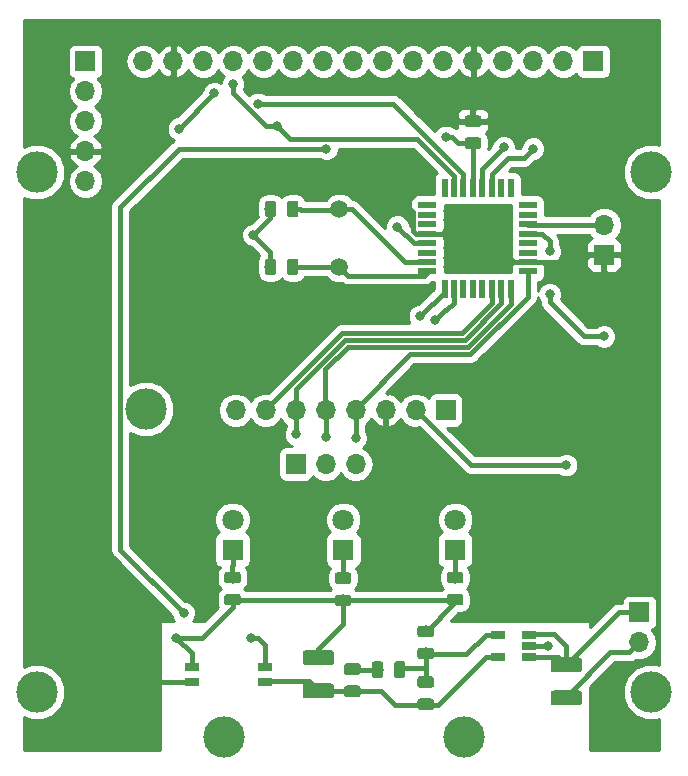
<source format=gbr>
G04 #@! TF.GenerationSoftware,KiCad,Pcbnew,(5.0.2)-1*
G04 #@! TF.CreationDate,2019-02-21T14:25:41+00:00*
G04 #@! TF.ProjectId,AircraftDataLogger,41697263-7261-4667-9444-6174614c6f67,rev?*
G04 #@! TF.SameCoordinates,Original*
G04 #@! TF.FileFunction,Copper,L1,Top*
G04 #@! TF.FilePolarity,Positive*
%FSLAX46Y46*%
G04 Gerber Fmt 4.6, Leading zero omitted, Abs format (unit mm)*
G04 Created by KiCad (PCBNEW (5.0.2)-1) date 21/02/2019 14:25:41*
%MOMM*%
%LPD*%
G01*
G04 APERTURE LIST*
G04 #@! TA.AperFunction,ComponentPad*
%ADD10C,3.500000*%
G04 #@! TD*
G04 #@! TA.AperFunction,Conductor*
%ADD11C,0.100000*%
G04 #@! TD*
G04 #@! TA.AperFunction,SMDPad,CuDef*
%ADD12C,0.975000*%
G04 #@! TD*
G04 #@! TA.AperFunction,ComponentPad*
%ADD13C,1.800000*%
G04 #@! TD*
G04 #@! TA.AperFunction,ComponentPad*
%ADD14R,1.800000X1.800000*%
G04 #@! TD*
G04 #@! TA.AperFunction,ComponentPad*
%ADD15R,1.700000X1.700000*%
G04 #@! TD*
G04 #@! TA.AperFunction,ComponentPad*
%ADD16O,1.700000X1.700000*%
G04 #@! TD*
G04 #@! TA.AperFunction,SMDPad,CuDef*
%ADD17R,1.220000X0.650000*%
G04 #@! TD*
G04 #@! TA.AperFunction,SMDPad,CuDef*
%ADD18R,1.600000X0.550000*%
G04 #@! TD*
G04 #@! TA.AperFunction,SMDPad,CuDef*
%ADD19R,0.550000X1.600000*%
G04 #@! TD*
G04 #@! TA.AperFunction,ComponentPad*
%ADD20C,1.500000*%
G04 #@! TD*
G04 #@! TA.AperFunction,SMDPad,CuDef*
%ADD21C,1.250000*%
G04 #@! TD*
G04 #@! TA.AperFunction,SMDPad,CuDef*
%ADD22R,1.250000X0.760000*%
G04 #@! TD*
G04 #@! TA.AperFunction,ViaPad*
%ADD23C,0.800000*%
G04 #@! TD*
G04 #@! TA.AperFunction,Conductor*
%ADD24C,0.400000*%
G04 #@! TD*
G04 #@! TA.AperFunction,Conductor*
%ADD25C,0.254000*%
G04 #@! TD*
G04 APERTURE END LIST*
D10*
G04 #@! TO.P,TL,1*
G04 #@! TO.N,N/C*
X52200000Y-59000000D03*
G04 #@! TD*
G04 #@! TO.P,uSDR,1*
G04 #@! TO.N,N/C*
X88360000Y-106800000D03*
G04 #@! TD*
G04 #@! TO.P,uSDL,1*
G04 #@! TO.N,N/C*
X68040000Y-106800000D03*
G04 #@! TD*
G04 #@! TO.P,BL,1*
G04 #@! TO.N,N/C*
X104200000Y-103000000D03*
G04 #@! TD*
G04 #@! TO.P,TR,1*
G04 #@! TO.N,N/C*
X104200000Y-59000000D03*
G04 #@! TD*
G04 #@! TO.P,GPS,1*
G04 #@! TO.N,N/C*
X61400000Y-79060000D03*
G04 #@! TD*
D11*
G04 #@! TO.N,Net-(C1-Pad2)*
G04 #@! TO.C,C1*
G36*
X74105142Y-61401174D02*
X74128803Y-61404684D01*
X74152007Y-61410496D01*
X74174529Y-61418554D01*
X74196153Y-61428782D01*
X74216670Y-61441079D01*
X74235883Y-61455329D01*
X74253607Y-61471393D01*
X74269671Y-61489117D01*
X74283921Y-61508330D01*
X74296218Y-61528847D01*
X74306446Y-61550471D01*
X74314504Y-61572993D01*
X74320316Y-61596197D01*
X74323826Y-61619858D01*
X74325000Y-61643750D01*
X74325000Y-62556250D01*
X74323826Y-62580142D01*
X74320316Y-62603803D01*
X74314504Y-62627007D01*
X74306446Y-62649529D01*
X74296218Y-62671153D01*
X74283921Y-62691670D01*
X74269671Y-62710883D01*
X74253607Y-62728607D01*
X74235883Y-62744671D01*
X74216670Y-62758921D01*
X74196153Y-62771218D01*
X74174529Y-62781446D01*
X74152007Y-62789504D01*
X74128803Y-62795316D01*
X74105142Y-62798826D01*
X74081250Y-62800000D01*
X73593750Y-62800000D01*
X73569858Y-62798826D01*
X73546197Y-62795316D01*
X73522993Y-62789504D01*
X73500471Y-62781446D01*
X73478847Y-62771218D01*
X73458330Y-62758921D01*
X73439117Y-62744671D01*
X73421393Y-62728607D01*
X73405329Y-62710883D01*
X73391079Y-62691670D01*
X73378782Y-62671153D01*
X73368554Y-62649529D01*
X73360496Y-62627007D01*
X73354684Y-62603803D01*
X73351174Y-62580142D01*
X73350000Y-62556250D01*
X73350000Y-61643750D01*
X73351174Y-61619858D01*
X73354684Y-61596197D01*
X73360496Y-61572993D01*
X73368554Y-61550471D01*
X73378782Y-61528847D01*
X73391079Y-61508330D01*
X73405329Y-61489117D01*
X73421393Y-61471393D01*
X73439117Y-61455329D01*
X73458330Y-61441079D01*
X73478847Y-61428782D01*
X73500471Y-61418554D01*
X73522993Y-61410496D01*
X73546197Y-61404684D01*
X73569858Y-61401174D01*
X73593750Y-61400000D01*
X74081250Y-61400000D01*
X74105142Y-61401174D01*
X74105142Y-61401174D01*
G37*
D12*
G04 #@! TD*
G04 #@! TO.P,C1,2*
G04 #@! TO.N,Net-(C1-Pad2)*
X73837500Y-62100000D03*
D11*
G04 #@! TO.N,GND*
G04 #@! TO.C,C1*
G36*
X72230142Y-61401174D02*
X72253803Y-61404684D01*
X72277007Y-61410496D01*
X72299529Y-61418554D01*
X72321153Y-61428782D01*
X72341670Y-61441079D01*
X72360883Y-61455329D01*
X72378607Y-61471393D01*
X72394671Y-61489117D01*
X72408921Y-61508330D01*
X72421218Y-61528847D01*
X72431446Y-61550471D01*
X72439504Y-61572993D01*
X72445316Y-61596197D01*
X72448826Y-61619858D01*
X72450000Y-61643750D01*
X72450000Y-62556250D01*
X72448826Y-62580142D01*
X72445316Y-62603803D01*
X72439504Y-62627007D01*
X72431446Y-62649529D01*
X72421218Y-62671153D01*
X72408921Y-62691670D01*
X72394671Y-62710883D01*
X72378607Y-62728607D01*
X72360883Y-62744671D01*
X72341670Y-62758921D01*
X72321153Y-62771218D01*
X72299529Y-62781446D01*
X72277007Y-62789504D01*
X72253803Y-62795316D01*
X72230142Y-62798826D01*
X72206250Y-62800000D01*
X71718750Y-62800000D01*
X71694858Y-62798826D01*
X71671197Y-62795316D01*
X71647993Y-62789504D01*
X71625471Y-62781446D01*
X71603847Y-62771218D01*
X71583330Y-62758921D01*
X71564117Y-62744671D01*
X71546393Y-62728607D01*
X71530329Y-62710883D01*
X71516079Y-62691670D01*
X71503782Y-62671153D01*
X71493554Y-62649529D01*
X71485496Y-62627007D01*
X71479684Y-62603803D01*
X71476174Y-62580142D01*
X71475000Y-62556250D01*
X71475000Y-61643750D01*
X71476174Y-61619858D01*
X71479684Y-61596197D01*
X71485496Y-61572993D01*
X71493554Y-61550471D01*
X71503782Y-61528847D01*
X71516079Y-61508330D01*
X71530329Y-61489117D01*
X71546393Y-61471393D01*
X71564117Y-61455329D01*
X71583330Y-61441079D01*
X71603847Y-61428782D01*
X71625471Y-61418554D01*
X71647993Y-61410496D01*
X71671197Y-61404684D01*
X71694858Y-61401174D01*
X71718750Y-61400000D01*
X72206250Y-61400000D01*
X72230142Y-61401174D01*
X72230142Y-61401174D01*
G37*
D12*
G04 #@! TD*
G04 #@! TO.P,C1,1*
G04 #@! TO.N,GND*
X71962500Y-62100000D03*
D11*
G04 #@! TO.N,GND*
G04 #@! TO.C,C2*
G36*
X72230142Y-66301174D02*
X72253803Y-66304684D01*
X72277007Y-66310496D01*
X72299529Y-66318554D01*
X72321153Y-66328782D01*
X72341670Y-66341079D01*
X72360883Y-66355329D01*
X72378607Y-66371393D01*
X72394671Y-66389117D01*
X72408921Y-66408330D01*
X72421218Y-66428847D01*
X72431446Y-66450471D01*
X72439504Y-66472993D01*
X72445316Y-66496197D01*
X72448826Y-66519858D01*
X72450000Y-66543750D01*
X72450000Y-67456250D01*
X72448826Y-67480142D01*
X72445316Y-67503803D01*
X72439504Y-67527007D01*
X72431446Y-67549529D01*
X72421218Y-67571153D01*
X72408921Y-67591670D01*
X72394671Y-67610883D01*
X72378607Y-67628607D01*
X72360883Y-67644671D01*
X72341670Y-67658921D01*
X72321153Y-67671218D01*
X72299529Y-67681446D01*
X72277007Y-67689504D01*
X72253803Y-67695316D01*
X72230142Y-67698826D01*
X72206250Y-67700000D01*
X71718750Y-67700000D01*
X71694858Y-67698826D01*
X71671197Y-67695316D01*
X71647993Y-67689504D01*
X71625471Y-67681446D01*
X71603847Y-67671218D01*
X71583330Y-67658921D01*
X71564117Y-67644671D01*
X71546393Y-67628607D01*
X71530329Y-67610883D01*
X71516079Y-67591670D01*
X71503782Y-67571153D01*
X71493554Y-67549529D01*
X71485496Y-67527007D01*
X71479684Y-67503803D01*
X71476174Y-67480142D01*
X71475000Y-67456250D01*
X71475000Y-66543750D01*
X71476174Y-66519858D01*
X71479684Y-66496197D01*
X71485496Y-66472993D01*
X71493554Y-66450471D01*
X71503782Y-66428847D01*
X71516079Y-66408330D01*
X71530329Y-66389117D01*
X71546393Y-66371393D01*
X71564117Y-66355329D01*
X71583330Y-66341079D01*
X71603847Y-66328782D01*
X71625471Y-66318554D01*
X71647993Y-66310496D01*
X71671197Y-66304684D01*
X71694858Y-66301174D01*
X71718750Y-66300000D01*
X72206250Y-66300000D01*
X72230142Y-66301174D01*
X72230142Y-66301174D01*
G37*
D12*
G04 #@! TD*
G04 #@! TO.P,C2,1*
G04 #@! TO.N,GND*
X71962500Y-67000000D03*
D11*
G04 #@! TO.N,Net-(C2-Pad2)*
G04 #@! TO.C,C2*
G36*
X74105142Y-66301174D02*
X74128803Y-66304684D01*
X74152007Y-66310496D01*
X74174529Y-66318554D01*
X74196153Y-66328782D01*
X74216670Y-66341079D01*
X74235883Y-66355329D01*
X74253607Y-66371393D01*
X74269671Y-66389117D01*
X74283921Y-66408330D01*
X74296218Y-66428847D01*
X74306446Y-66450471D01*
X74314504Y-66472993D01*
X74320316Y-66496197D01*
X74323826Y-66519858D01*
X74325000Y-66543750D01*
X74325000Y-67456250D01*
X74323826Y-67480142D01*
X74320316Y-67503803D01*
X74314504Y-67527007D01*
X74306446Y-67549529D01*
X74296218Y-67571153D01*
X74283921Y-67591670D01*
X74269671Y-67610883D01*
X74253607Y-67628607D01*
X74235883Y-67644671D01*
X74216670Y-67658921D01*
X74196153Y-67671218D01*
X74174529Y-67681446D01*
X74152007Y-67689504D01*
X74128803Y-67695316D01*
X74105142Y-67698826D01*
X74081250Y-67700000D01*
X73593750Y-67700000D01*
X73569858Y-67698826D01*
X73546197Y-67695316D01*
X73522993Y-67689504D01*
X73500471Y-67681446D01*
X73478847Y-67671218D01*
X73458330Y-67658921D01*
X73439117Y-67644671D01*
X73421393Y-67628607D01*
X73405329Y-67610883D01*
X73391079Y-67591670D01*
X73378782Y-67571153D01*
X73368554Y-67549529D01*
X73360496Y-67527007D01*
X73354684Y-67503803D01*
X73351174Y-67480142D01*
X73350000Y-67456250D01*
X73350000Y-66543750D01*
X73351174Y-66519858D01*
X73354684Y-66496197D01*
X73360496Y-66472993D01*
X73368554Y-66450471D01*
X73378782Y-66428847D01*
X73391079Y-66408330D01*
X73405329Y-66389117D01*
X73421393Y-66371393D01*
X73439117Y-66355329D01*
X73458330Y-66341079D01*
X73478847Y-66328782D01*
X73500471Y-66318554D01*
X73522993Y-66310496D01*
X73546197Y-66304684D01*
X73569858Y-66301174D01*
X73593750Y-66300000D01*
X74081250Y-66300000D01*
X74105142Y-66301174D01*
X74105142Y-66301174D01*
G37*
D12*
G04 #@! TD*
G04 #@! TO.P,C2,2*
G04 #@! TO.N,Net-(C2-Pad2)*
X73837500Y-67000000D03*
D13*
G04 #@! TO.P,D1,2*
G04 #@! TO.N,FIX*
X87600000Y-88410000D03*
D14*
G04 #@! TO.P,D1,1*
G04 #@! TO.N,Net-(D1-Pad1)*
X87600000Y-90950000D03*
G04 #@! TD*
G04 #@! TO.P,D2,1*
G04 #@! TO.N,Net-(D2-Pad1)*
X68750000Y-90950000D03*
D13*
G04 #@! TO.P,D2,2*
G04 #@! TO.N,STABLE*
X68750000Y-88410000D03*
G04 #@! TD*
D14*
G04 #@! TO.P,D3,1*
G04 #@! TO.N,Net-(D3-Pad1)*
X78124000Y-90964600D03*
D13*
G04 #@! TO.P,D3,2*
G04 #@! TO.N,REC*
X78124000Y-88424600D03*
G04 #@! TD*
D15*
G04 #@! TO.P,J1,1*
G04 #@! TO.N,Net-(J1-Pad1)*
X86800000Y-79130000D03*
D16*
G04 #@! TO.P,J1,2*
G04 #@! TO.N,GND*
X84260000Y-79130000D03*
G04 #@! TO.P,J1,3*
G04 #@! TO.N,3V3*
X81720000Y-79130000D03*
G04 #@! TO.P,J1,4*
G04 #@! TO.N,SCK*
X79180000Y-79130000D03*
G04 #@! TO.P,J1,5*
G04 #@! TO.N,MISO*
X76640000Y-79130000D03*
G04 #@! TO.P,J1,6*
G04 #@! TO.N,MOSI*
X74100000Y-79130000D03*
G04 #@! TO.P,J1,7*
G04 #@! TO.N,CS*
X71560000Y-79130000D03*
G04 #@! TO.P,J1,8*
G04 #@! TO.N,Net-(J1-Pad8)*
X69020000Y-79130000D03*
G04 #@! TD*
D11*
G04 #@! TO.N,3V3*
G04 #@! TO.C,R1*
G36*
X89580142Y-54176174D02*
X89603803Y-54179684D01*
X89627007Y-54185496D01*
X89649529Y-54193554D01*
X89671153Y-54203782D01*
X89691670Y-54216079D01*
X89710883Y-54230329D01*
X89728607Y-54246393D01*
X89744671Y-54264117D01*
X89758921Y-54283330D01*
X89771218Y-54303847D01*
X89781446Y-54325471D01*
X89789504Y-54347993D01*
X89795316Y-54371197D01*
X89798826Y-54394858D01*
X89800000Y-54418750D01*
X89800000Y-54906250D01*
X89798826Y-54930142D01*
X89795316Y-54953803D01*
X89789504Y-54977007D01*
X89781446Y-54999529D01*
X89771218Y-55021153D01*
X89758921Y-55041670D01*
X89744671Y-55060883D01*
X89728607Y-55078607D01*
X89710883Y-55094671D01*
X89691670Y-55108921D01*
X89671153Y-55121218D01*
X89649529Y-55131446D01*
X89627007Y-55139504D01*
X89603803Y-55145316D01*
X89580142Y-55148826D01*
X89556250Y-55150000D01*
X88643750Y-55150000D01*
X88619858Y-55148826D01*
X88596197Y-55145316D01*
X88572993Y-55139504D01*
X88550471Y-55131446D01*
X88528847Y-55121218D01*
X88508330Y-55108921D01*
X88489117Y-55094671D01*
X88471393Y-55078607D01*
X88455329Y-55060883D01*
X88441079Y-55041670D01*
X88428782Y-55021153D01*
X88418554Y-54999529D01*
X88410496Y-54977007D01*
X88404684Y-54953803D01*
X88401174Y-54930142D01*
X88400000Y-54906250D01*
X88400000Y-54418750D01*
X88401174Y-54394858D01*
X88404684Y-54371197D01*
X88410496Y-54347993D01*
X88418554Y-54325471D01*
X88428782Y-54303847D01*
X88441079Y-54283330D01*
X88455329Y-54264117D01*
X88471393Y-54246393D01*
X88489117Y-54230329D01*
X88508330Y-54216079D01*
X88528847Y-54203782D01*
X88550471Y-54193554D01*
X88572993Y-54185496D01*
X88596197Y-54179684D01*
X88619858Y-54176174D01*
X88643750Y-54175000D01*
X89556250Y-54175000D01*
X89580142Y-54176174D01*
X89580142Y-54176174D01*
G37*
D12*
G04 #@! TD*
G04 #@! TO.P,R1,1*
G04 #@! TO.N,3V3*
X89100000Y-54662500D03*
D11*
G04 #@! TO.N,RESET*
G04 #@! TO.C,R1*
G36*
X89580142Y-56051174D02*
X89603803Y-56054684D01*
X89627007Y-56060496D01*
X89649529Y-56068554D01*
X89671153Y-56078782D01*
X89691670Y-56091079D01*
X89710883Y-56105329D01*
X89728607Y-56121393D01*
X89744671Y-56139117D01*
X89758921Y-56158330D01*
X89771218Y-56178847D01*
X89781446Y-56200471D01*
X89789504Y-56222993D01*
X89795316Y-56246197D01*
X89798826Y-56269858D01*
X89800000Y-56293750D01*
X89800000Y-56781250D01*
X89798826Y-56805142D01*
X89795316Y-56828803D01*
X89789504Y-56852007D01*
X89781446Y-56874529D01*
X89771218Y-56896153D01*
X89758921Y-56916670D01*
X89744671Y-56935883D01*
X89728607Y-56953607D01*
X89710883Y-56969671D01*
X89691670Y-56983921D01*
X89671153Y-56996218D01*
X89649529Y-57006446D01*
X89627007Y-57014504D01*
X89603803Y-57020316D01*
X89580142Y-57023826D01*
X89556250Y-57025000D01*
X88643750Y-57025000D01*
X88619858Y-57023826D01*
X88596197Y-57020316D01*
X88572993Y-57014504D01*
X88550471Y-57006446D01*
X88528847Y-56996218D01*
X88508330Y-56983921D01*
X88489117Y-56969671D01*
X88471393Y-56953607D01*
X88455329Y-56935883D01*
X88441079Y-56916670D01*
X88428782Y-56896153D01*
X88418554Y-56874529D01*
X88410496Y-56852007D01*
X88404684Y-56828803D01*
X88401174Y-56805142D01*
X88400000Y-56781250D01*
X88400000Y-56293750D01*
X88401174Y-56269858D01*
X88404684Y-56246197D01*
X88410496Y-56222993D01*
X88418554Y-56200471D01*
X88428782Y-56178847D01*
X88441079Y-56158330D01*
X88455329Y-56139117D01*
X88471393Y-56121393D01*
X88489117Y-56105329D01*
X88508330Y-56091079D01*
X88528847Y-56078782D01*
X88550471Y-56068554D01*
X88572993Y-56060496D01*
X88596197Y-56054684D01*
X88619858Y-56051174D01*
X88643750Y-56050000D01*
X89556250Y-56050000D01*
X89580142Y-56051174D01*
X89580142Y-56051174D01*
G37*
D12*
G04 #@! TD*
G04 #@! TO.P,R1,2*
G04 #@! TO.N,RESET*
X89100000Y-56537500D03*
D11*
G04 #@! TO.N,GND*
G04 #@! TO.C,R2*
G36*
X88080142Y-94701174D02*
X88103803Y-94704684D01*
X88127007Y-94710496D01*
X88149529Y-94718554D01*
X88171153Y-94728782D01*
X88191670Y-94741079D01*
X88210883Y-94755329D01*
X88228607Y-94771393D01*
X88244671Y-94789117D01*
X88258921Y-94808330D01*
X88271218Y-94828847D01*
X88281446Y-94850471D01*
X88289504Y-94872993D01*
X88295316Y-94896197D01*
X88298826Y-94919858D01*
X88300000Y-94943750D01*
X88300000Y-95431250D01*
X88298826Y-95455142D01*
X88295316Y-95478803D01*
X88289504Y-95502007D01*
X88281446Y-95524529D01*
X88271218Y-95546153D01*
X88258921Y-95566670D01*
X88244671Y-95585883D01*
X88228607Y-95603607D01*
X88210883Y-95619671D01*
X88191670Y-95633921D01*
X88171153Y-95646218D01*
X88149529Y-95656446D01*
X88127007Y-95664504D01*
X88103803Y-95670316D01*
X88080142Y-95673826D01*
X88056250Y-95675000D01*
X87143750Y-95675000D01*
X87119858Y-95673826D01*
X87096197Y-95670316D01*
X87072993Y-95664504D01*
X87050471Y-95656446D01*
X87028847Y-95646218D01*
X87008330Y-95633921D01*
X86989117Y-95619671D01*
X86971393Y-95603607D01*
X86955329Y-95585883D01*
X86941079Y-95566670D01*
X86928782Y-95546153D01*
X86918554Y-95524529D01*
X86910496Y-95502007D01*
X86904684Y-95478803D01*
X86901174Y-95455142D01*
X86900000Y-95431250D01*
X86900000Y-94943750D01*
X86901174Y-94919858D01*
X86904684Y-94896197D01*
X86910496Y-94872993D01*
X86918554Y-94850471D01*
X86928782Y-94828847D01*
X86941079Y-94808330D01*
X86955329Y-94789117D01*
X86971393Y-94771393D01*
X86989117Y-94755329D01*
X87008330Y-94741079D01*
X87028847Y-94728782D01*
X87050471Y-94718554D01*
X87072993Y-94710496D01*
X87096197Y-94704684D01*
X87119858Y-94701174D01*
X87143750Y-94700000D01*
X88056250Y-94700000D01*
X88080142Y-94701174D01*
X88080142Y-94701174D01*
G37*
D12*
G04 #@! TD*
G04 #@! TO.P,R2,1*
G04 #@! TO.N,GND*
X87600000Y-95187500D03*
D11*
G04 #@! TO.N,Net-(D1-Pad1)*
G04 #@! TO.C,R2*
G36*
X88080142Y-92826174D02*
X88103803Y-92829684D01*
X88127007Y-92835496D01*
X88149529Y-92843554D01*
X88171153Y-92853782D01*
X88191670Y-92866079D01*
X88210883Y-92880329D01*
X88228607Y-92896393D01*
X88244671Y-92914117D01*
X88258921Y-92933330D01*
X88271218Y-92953847D01*
X88281446Y-92975471D01*
X88289504Y-92997993D01*
X88295316Y-93021197D01*
X88298826Y-93044858D01*
X88300000Y-93068750D01*
X88300000Y-93556250D01*
X88298826Y-93580142D01*
X88295316Y-93603803D01*
X88289504Y-93627007D01*
X88281446Y-93649529D01*
X88271218Y-93671153D01*
X88258921Y-93691670D01*
X88244671Y-93710883D01*
X88228607Y-93728607D01*
X88210883Y-93744671D01*
X88191670Y-93758921D01*
X88171153Y-93771218D01*
X88149529Y-93781446D01*
X88127007Y-93789504D01*
X88103803Y-93795316D01*
X88080142Y-93798826D01*
X88056250Y-93800000D01*
X87143750Y-93800000D01*
X87119858Y-93798826D01*
X87096197Y-93795316D01*
X87072993Y-93789504D01*
X87050471Y-93781446D01*
X87028847Y-93771218D01*
X87008330Y-93758921D01*
X86989117Y-93744671D01*
X86971393Y-93728607D01*
X86955329Y-93710883D01*
X86941079Y-93691670D01*
X86928782Y-93671153D01*
X86918554Y-93649529D01*
X86910496Y-93627007D01*
X86904684Y-93603803D01*
X86901174Y-93580142D01*
X86900000Y-93556250D01*
X86900000Y-93068750D01*
X86901174Y-93044858D01*
X86904684Y-93021197D01*
X86910496Y-92997993D01*
X86918554Y-92975471D01*
X86928782Y-92953847D01*
X86941079Y-92933330D01*
X86955329Y-92914117D01*
X86971393Y-92896393D01*
X86989117Y-92880329D01*
X87008330Y-92866079D01*
X87028847Y-92853782D01*
X87050471Y-92843554D01*
X87072993Y-92835496D01*
X87096197Y-92829684D01*
X87119858Y-92826174D01*
X87143750Y-92825000D01*
X88056250Y-92825000D01*
X88080142Y-92826174D01*
X88080142Y-92826174D01*
G37*
D12*
G04 #@! TD*
G04 #@! TO.P,R2,2*
G04 #@! TO.N,Net-(D1-Pad1)*
X87600000Y-93312500D03*
D11*
G04 #@! TO.N,Net-(D2-Pad1)*
G04 #@! TO.C,R3*
G36*
X69230142Y-92826174D02*
X69253803Y-92829684D01*
X69277007Y-92835496D01*
X69299529Y-92843554D01*
X69321153Y-92853782D01*
X69341670Y-92866079D01*
X69360883Y-92880329D01*
X69378607Y-92896393D01*
X69394671Y-92914117D01*
X69408921Y-92933330D01*
X69421218Y-92953847D01*
X69431446Y-92975471D01*
X69439504Y-92997993D01*
X69445316Y-93021197D01*
X69448826Y-93044858D01*
X69450000Y-93068750D01*
X69450000Y-93556250D01*
X69448826Y-93580142D01*
X69445316Y-93603803D01*
X69439504Y-93627007D01*
X69431446Y-93649529D01*
X69421218Y-93671153D01*
X69408921Y-93691670D01*
X69394671Y-93710883D01*
X69378607Y-93728607D01*
X69360883Y-93744671D01*
X69341670Y-93758921D01*
X69321153Y-93771218D01*
X69299529Y-93781446D01*
X69277007Y-93789504D01*
X69253803Y-93795316D01*
X69230142Y-93798826D01*
X69206250Y-93800000D01*
X68293750Y-93800000D01*
X68269858Y-93798826D01*
X68246197Y-93795316D01*
X68222993Y-93789504D01*
X68200471Y-93781446D01*
X68178847Y-93771218D01*
X68158330Y-93758921D01*
X68139117Y-93744671D01*
X68121393Y-93728607D01*
X68105329Y-93710883D01*
X68091079Y-93691670D01*
X68078782Y-93671153D01*
X68068554Y-93649529D01*
X68060496Y-93627007D01*
X68054684Y-93603803D01*
X68051174Y-93580142D01*
X68050000Y-93556250D01*
X68050000Y-93068750D01*
X68051174Y-93044858D01*
X68054684Y-93021197D01*
X68060496Y-92997993D01*
X68068554Y-92975471D01*
X68078782Y-92953847D01*
X68091079Y-92933330D01*
X68105329Y-92914117D01*
X68121393Y-92896393D01*
X68139117Y-92880329D01*
X68158330Y-92866079D01*
X68178847Y-92853782D01*
X68200471Y-92843554D01*
X68222993Y-92835496D01*
X68246197Y-92829684D01*
X68269858Y-92826174D01*
X68293750Y-92825000D01*
X69206250Y-92825000D01*
X69230142Y-92826174D01*
X69230142Y-92826174D01*
G37*
D12*
G04 #@! TD*
G04 #@! TO.P,R3,2*
G04 #@! TO.N,Net-(D2-Pad1)*
X68750000Y-93312500D03*
D11*
G04 #@! TO.N,GND*
G04 #@! TO.C,R3*
G36*
X69230142Y-94701174D02*
X69253803Y-94704684D01*
X69277007Y-94710496D01*
X69299529Y-94718554D01*
X69321153Y-94728782D01*
X69341670Y-94741079D01*
X69360883Y-94755329D01*
X69378607Y-94771393D01*
X69394671Y-94789117D01*
X69408921Y-94808330D01*
X69421218Y-94828847D01*
X69431446Y-94850471D01*
X69439504Y-94872993D01*
X69445316Y-94896197D01*
X69448826Y-94919858D01*
X69450000Y-94943750D01*
X69450000Y-95431250D01*
X69448826Y-95455142D01*
X69445316Y-95478803D01*
X69439504Y-95502007D01*
X69431446Y-95524529D01*
X69421218Y-95546153D01*
X69408921Y-95566670D01*
X69394671Y-95585883D01*
X69378607Y-95603607D01*
X69360883Y-95619671D01*
X69341670Y-95633921D01*
X69321153Y-95646218D01*
X69299529Y-95656446D01*
X69277007Y-95664504D01*
X69253803Y-95670316D01*
X69230142Y-95673826D01*
X69206250Y-95675000D01*
X68293750Y-95675000D01*
X68269858Y-95673826D01*
X68246197Y-95670316D01*
X68222993Y-95664504D01*
X68200471Y-95656446D01*
X68178847Y-95646218D01*
X68158330Y-95633921D01*
X68139117Y-95619671D01*
X68121393Y-95603607D01*
X68105329Y-95585883D01*
X68091079Y-95566670D01*
X68078782Y-95546153D01*
X68068554Y-95524529D01*
X68060496Y-95502007D01*
X68054684Y-95478803D01*
X68051174Y-95455142D01*
X68050000Y-95431250D01*
X68050000Y-94943750D01*
X68051174Y-94919858D01*
X68054684Y-94896197D01*
X68060496Y-94872993D01*
X68068554Y-94850471D01*
X68078782Y-94828847D01*
X68091079Y-94808330D01*
X68105329Y-94789117D01*
X68121393Y-94771393D01*
X68139117Y-94755329D01*
X68158330Y-94741079D01*
X68178847Y-94728782D01*
X68200471Y-94718554D01*
X68222993Y-94710496D01*
X68246197Y-94704684D01*
X68269858Y-94701174D01*
X68293750Y-94700000D01*
X69206250Y-94700000D01*
X69230142Y-94701174D01*
X69230142Y-94701174D01*
G37*
D12*
G04 #@! TD*
G04 #@! TO.P,R3,1*
G04 #@! TO.N,GND*
X68750000Y-95187500D03*
D11*
G04 #@! TO.N,GND*
G04 #@! TO.C,R4*
G36*
X78580142Y-94751174D02*
X78603803Y-94754684D01*
X78627007Y-94760496D01*
X78649529Y-94768554D01*
X78671153Y-94778782D01*
X78691670Y-94791079D01*
X78710883Y-94805329D01*
X78728607Y-94821393D01*
X78744671Y-94839117D01*
X78758921Y-94858330D01*
X78771218Y-94878847D01*
X78781446Y-94900471D01*
X78789504Y-94922993D01*
X78795316Y-94946197D01*
X78798826Y-94969858D01*
X78800000Y-94993750D01*
X78800000Y-95481250D01*
X78798826Y-95505142D01*
X78795316Y-95528803D01*
X78789504Y-95552007D01*
X78781446Y-95574529D01*
X78771218Y-95596153D01*
X78758921Y-95616670D01*
X78744671Y-95635883D01*
X78728607Y-95653607D01*
X78710883Y-95669671D01*
X78691670Y-95683921D01*
X78671153Y-95696218D01*
X78649529Y-95706446D01*
X78627007Y-95714504D01*
X78603803Y-95720316D01*
X78580142Y-95723826D01*
X78556250Y-95725000D01*
X77643750Y-95725000D01*
X77619858Y-95723826D01*
X77596197Y-95720316D01*
X77572993Y-95714504D01*
X77550471Y-95706446D01*
X77528847Y-95696218D01*
X77508330Y-95683921D01*
X77489117Y-95669671D01*
X77471393Y-95653607D01*
X77455329Y-95635883D01*
X77441079Y-95616670D01*
X77428782Y-95596153D01*
X77418554Y-95574529D01*
X77410496Y-95552007D01*
X77404684Y-95528803D01*
X77401174Y-95505142D01*
X77400000Y-95481250D01*
X77400000Y-94993750D01*
X77401174Y-94969858D01*
X77404684Y-94946197D01*
X77410496Y-94922993D01*
X77418554Y-94900471D01*
X77428782Y-94878847D01*
X77441079Y-94858330D01*
X77455329Y-94839117D01*
X77471393Y-94821393D01*
X77489117Y-94805329D01*
X77508330Y-94791079D01*
X77528847Y-94778782D01*
X77550471Y-94768554D01*
X77572993Y-94760496D01*
X77596197Y-94754684D01*
X77619858Y-94751174D01*
X77643750Y-94750000D01*
X78556250Y-94750000D01*
X78580142Y-94751174D01*
X78580142Y-94751174D01*
G37*
D12*
G04 #@! TD*
G04 #@! TO.P,R4,1*
G04 #@! TO.N,GND*
X78100000Y-95237500D03*
D11*
G04 #@! TO.N,Net-(D3-Pad1)*
G04 #@! TO.C,R4*
G36*
X78580142Y-92876174D02*
X78603803Y-92879684D01*
X78627007Y-92885496D01*
X78649529Y-92893554D01*
X78671153Y-92903782D01*
X78691670Y-92916079D01*
X78710883Y-92930329D01*
X78728607Y-92946393D01*
X78744671Y-92964117D01*
X78758921Y-92983330D01*
X78771218Y-93003847D01*
X78781446Y-93025471D01*
X78789504Y-93047993D01*
X78795316Y-93071197D01*
X78798826Y-93094858D01*
X78800000Y-93118750D01*
X78800000Y-93606250D01*
X78798826Y-93630142D01*
X78795316Y-93653803D01*
X78789504Y-93677007D01*
X78781446Y-93699529D01*
X78771218Y-93721153D01*
X78758921Y-93741670D01*
X78744671Y-93760883D01*
X78728607Y-93778607D01*
X78710883Y-93794671D01*
X78691670Y-93808921D01*
X78671153Y-93821218D01*
X78649529Y-93831446D01*
X78627007Y-93839504D01*
X78603803Y-93845316D01*
X78580142Y-93848826D01*
X78556250Y-93850000D01*
X77643750Y-93850000D01*
X77619858Y-93848826D01*
X77596197Y-93845316D01*
X77572993Y-93839504D01*
X77550471Y-93831446D01*
X77528847Y-93821218D01*
X77508330Y-93808921D01*
X77489117Y-93794671D01*
X77471393Y-93778607D01*
X77455329Y-93760883D01*
X77441079Y-93741670D01*
X77428782Y-93721153D01*
X77418554Y-93699529D01*
X77410496Y-93677007D01*
X77404684Y-93653803D01*
X77401174Y-93630142D01*
X77400000Y-93606250D01*
X77400000Y-93118750D01*
X77401174Y-93094858D01*
X77404684Y-93071197D01*
X77410496Y-93047993D01*
X77418554Y-93025471D01*
X77428782Y-93003847D01*
X77441079Y-92983330D01*
X77455329Y-92964117D01*
X77471393Y-92946393D01*
X77489117Y-92930329D01*
X77508330Y-92916079D01*
X77528847Y-92903782D01*
X77550471Y-92893554D01*
X77572993Y-92885496D01*
X77596197Y-92879684D01*
X77619858Y-92876174D01*
X77643750Y-92875000D01*
X78556250Y-92875000D01*
X78580142Y-92876174D01*
X78580142Y-92876174D01*
G37*
D12*
G04 #@! TD*
G04 #@! TO.P,R4,2*
G04 #@! TO.N,Net-(D3-Pad1)*
X78100000Y-93362500D03*
D17*
G04 #@! TO.P,U1,1*
G04 #@! TO.N,+9V*
X93814000Y-100050000D03*
G04 #@! TO.P,U1,2*
G04 #@! TO.N,GND*
X93814000Y-99100000D03*
G04 #@! TO.P,U1,3*
G04 #@! TO.N,+9V*
X93814000Y-98150000D03*
G04 #@! TO.P,U1,4*
G04 #@! TO.N,Net-(R5-Pad2)*
X91194000Y-98150000D03*
G04 #@! TO.P,U1,5*
G04 #@! TO.N,REG_OUT*
X91194000Y-100050000D03*
G04 #@! TD*
D18*
G04 #@! TO.P,U4,1*
G04 #@! TO.N,Net-(U4-Pad1)*
X85250000Y-61800000D03*
G04 #@! TO.P,U4,2*
G04 #@! TO.N,Net-(U4-Pad2)*
X85250000Y-62600000D03*
G04 #@! TO.P,U4,3*
G04 #@! TO.N,Net-(U4-Pad3)*
X85250000Y-63400000D03*
G04 #@! TO.P,U4,4*
G04 #@! TO.N,3V3*
X85250000Y-64200000D03*
G04 #@! TO.P,U4,5*
G04 #@! TO.N,GND*
X85250000Y-65000000D03*
G04 #@! TO.P,U4,6*
G04 #@! TO.N,Net-(U4-Pad6)*
X85250000Y-65800000D03*
G04 #@! TO.P,U4,7*
G04 #@! TO.N,Net-(C1-Pad2)*
X85250000Y-66600000D03*
G04 #@! TO.P,U4,8*
G04 #@! TO.N,Net-(C2-Pad2)*
X85250000Y-67400000D03*
D19*
G04 #@! TO.P,U4,9*
G04 #@! TO.N,STABLE*
X86700000Y-68850000D03*
G04 #@! TO.P,U4,10*
G04 #@! TO.N,REC*
X87500000Y-68850000D03*
G04 #@! TO.P,U4,11*
G04 #@! TO.N,Net-(U4-Pad11)*
X88300000Y-68850000D03*
G04 #@! TO.P,U4,12*
G04 #@! TO.N,Net-(U4-Pad12)*
X89100000Y-68850000D03*
G04 #@! TO.P,U4,13*
G04 #@! TO.N,Net-(U4-Pad13)*
X89900000Y-68850000D03*
G04 #@! TO.P,U4,14*
G04 #@! TO.N,CS*
X90700000Y-68850000D03*
G04 #@! TO.P,U4,15*
G04 #@! TO.N,MOSI*
X91500000Y-68850000D03*
G04 #@! TO.P,U4,16*
G04 #@! TO.N,MISO*
X92300000Y-68850000D03*
D18*
G04 #@! TO.P,U4,17*
G04 #@! TO.N,SCK*
X93750000Y-67400000D03*
G04 #@! TO.P,U4,18*
G04 #@! TO.N,3V3*
X93750000Y-66600000D03*
G04 #@! TO.P,U4,19*
G04 #@! TO.N,Net-(U4-Pad19)*
X93750000Y-65800000D03*
G04 #@! TO.P,U4,20*
G04 #@! TO.N,Net-(U4-Pad20)*
X93750000Y-65000000D03*
G04 #@! TO.P,U4,21*
G04 #@! TO.N,GND*
X93750000Y-64200000D03*
G04 #@! TO.P,U4,22*
G04 #@! TO.N,Net-(J4-Pad2)*
X93750000Y-63400000D03*
G04 #@! TO.P,U4,23*
G04 #@! TO.N,Net-(U4-Pad23)*
X93750000Y-62600000D03*
G04 #@! TO.P,U4,24*
G04 #@! TO.N,Net-(U4-Pad24)*
X93750000Y-61800000D03*
D19*
G04 #@! TO.P,U4,25*
G04 #@! TO.N,Net-(U4-Pad25)*
X92300000Y-60350000D03*
G04 #@! TO.P,U4,26*
G04 #@! TO.N,Net-(U4-Pad26)*
X91500000Y-60350000D03*
G04 #@! TO.P,U4,27*
G04 #@! TO.N,SDA*
X90700000Y-60350000D03*
G04 #@! TO.P,U4,28*
G04 #@! TO.N,SCL*
X89900000Y-60350000D03*
G04 #@! TO.P,U4,29*
G04 #@! TO.N,RESET*
X89100000Y-60350000D03*
G04 #@! TO.P,U4,30*
G04 #@! TO.N,RXD*
X88300000Y-60350000D03*
G04 #@! TO.P,U4,31*
G04 #@! TO.N,TXD*
X87500000Y-60350000D03*
G04 #@! TO.P,U4,32*
G04 #@! TO.N,Net-(U4-Pad32)*
X86700000Y-60350000D03*
G04 #@! TD*
D20*
G04 #@! TO.P,Y1,1*
G04 #@! TO.N,Net-(C2-Pad2)*
X77800000Y-67000000D03*
G04 #@! TO.P,Y1,2*
G04 #@! TO.N,Net-(C1-Pad2)*
X77800000Y-62120000D03*
G04 #@! TD*
D10*
G04 #@! TO.P,BL,1*
G04 #@! TO.N,N/C*
X52200000Y-103000000D03*
G04 #@! TD*
D15*
G04 #@! TO.P,J2,1*
G04 #@! TO.N,Net-(J2-Pad1)*
X99300000Y-49600000D03*
D16*
G04 #@! TO.P,J2,2*
G04 #@! TO.N,Net-(J2-Pad2)*
X96760000Y-49600000D03*
G04 #@! TO.P,J2,3*
G04 #@! TO.N,SDA*
X94220000Y-49600000D03*
G04 #@! TO.P,J2,4*
G04 #@! TO.N,SCL*
X91680000Y-49600000D03*
G04 #@! TO.P,J2,5*
G04 #@! TO.N,3V3*
X89140000Y-49600000D03*
G04 #@! TO.P,J2,6*
G04 #@! TO.N,GND*
X86600000Y-49600000D03*
G04 #@! TO.P,J2,7*
G04 #@! TO.N,Net-(J2-Pad7)*
X84060000Y-49600000D03*
G04 #@! TO.P,J2,8*
G04 #@! TO.N,Net-(J2-Pad8)*
X81520000Y-49600000D03*
G04 #@! TO.P,J2,9*
G04 #@! TO.N,ENABLE*
X78980000Y-49600000D03*
G04 #@! TO.P,J2,10*
G04 #@! TO.N,Net-(J2-Pad10)*
X76440000Y-49600000D03*
G04 #@! TO.P,J2,11*
G04 #@! TO.N,FIX*
X73900000Y-49600000D03*
G04 #@! TO.P,J2,12*
G04 #@! TO.N,RXD*
X71360000Y-49600000D03*
G04 #@! TO.P,J2,13*
G04 #@! TO.N,TXD*
X68820000Y-49600000D03*
G04 #@! TO.P,J2,14*
G04 #@! TO.N,GND*
X66280000Y-49600000D03*
G04 #@! TO.P,J2,15*
G04 #@! TO.N,3V3*
X63740000Y-49600000D03*
G04 #@! TO.P,J2,16*
G04 #@! TO.N,Net-(J2-Pad16)*
X61200000Y-49600000D03*
G04 #@! TD*
G04 #@! TO.P,J4,2*
G04 #@! TO.N,Net-(J4-Pad2)*
X100200000Y-63460000D03*
D15*
G04 #@! TO.P,J4,1*
G04 #@! TO.N,3V3*
X100200000Y-66000000D03*
G04 #@! TD*
D11*
G04 #@! TO.N,Net-(R5-Pad2)*
G04 #@! TO.C,R5*
G36*
X85580142Y-101676174D02*
X85603803Y-101679684D01*
X85627007Y-101685496D01*
X85649529Y-101693554D01*
X85671153Y-101703782D01*
X85691670Y-101716079D01*
X85710883Y-101730329D01*
X85728607Y-101746393D01*
X85744671Y-101764117D01*
X85758921Y-101783330D01*
X85771218Y-101803847D01*
X85781446Y-101825471D01*
X85789504Y-101847993D01*
X85795316Y-101871197D01*
X85798826Y-101894858D01*
X85800000Y-101918750D01*
X85800000Y-102406250D01*
X85798826Y-102430142D01*
X85795316Y-102453803D01*
X85789504Y-102477007D01*
X85781446Y-102499529D01*
X85771218Y-102521153D01*
X85758921Y-102541670D01*
X85744671Y-102560883D01*
X85728607Y-102578607D01*
X85710883Y-102594671D01*
X85691670Y-102608921D01*
X85671153Y-102621218D01*
X85649529Y-102631446D01*
X85627007Y-102639504D01*
X85603803Y-102645316D01*
X85580142Y-102648826D01*
X85556250Y-102650000D01*
X84643750Y-102650000D01*
X84619858Y-102648826D01*
X84596197Y-102645316D01*
X84572993Y-102639504D01*
X84550471Y-102631446D01*
X84528847Y-102621218D01*
X84508330Y-102608921D01*
X84489117Y-102594671D01*
X84471393Y-102578607D01*
X84455329Y-102560883D01*
X84441079Y-102541670D01*
X84428782Y-102521153D01*
X84418554Y-102499529D01*
X84410496Y-102477007D01*
X84404684Y-102453803D01*
X84401174Y-102430142D01*
X84400000Y-102406250D01*
X84400000Y-101918750D01*
X84401174Y-101894858D01*
X84404684Y-101871197D01*
X84410496Y-101847993D01*
X84418554Y-101825471D01*
X84428782Y-101803847D01*
X84441079Y-101783330D01*
X84455329Y-101764117D01*
X84471393Y-101746393D01*
X84489117Y-101730329D01*
X84508330Y-101716079D01*
X84528847Y-101703782D01*
X84550471Y-101693554D01*
X84572993Y-101685496D01*
X84596197Y-101679684D01*
X84619858Y-101676174D01*
X84643750Y-101675000D01*
X85556250Y-101675000D01*
X85580142Y-101676174D01*
X85580142Y-101676174D01*
G37*
D12*
G04 #@! TD*
G04 #@! TO.P,R5,2*
G04 #@! TO.N,Net-(R5-Pad2)*
X85100000Y-102162500D03*
D11*
G04 #@! TO.N,REG_OUT*
G04 #@! TO.C,R5*
G36*
X85580142Y-103551174D02*
X85603803Y-103554684D01*
X85627007Y-103560496D01*
X85649529Y-103568554D01*
X85671153Y-103578782D01*
X85691670Y-103591079D01*
X85710883Y-103605329D01*
X85728607Y-103621393D01*
X85744671Y-103639117D01*
X85758921Y-103658330D01*
X85771218Y-103678847D01*
X85781446Y-103700471D01*
X85789504Y-103722993D01*
X85795316Y-103746197D01*
X85798826Y-103769858D01*
X85800000Y-103793750D01*
X85800000Y-104281250D01*
X85798826Y-104305142D01*
X85795316Y-104328803D01*
X85789504Y-104352007D01*
X85781446Y-104374529D01*
X85771218Y-104396153D01*
X85758921Y-104416670D01*
X85744671Y-104435883D01*
X85728607Y-104453607D01*
X85710883Y-104469671D01*
X85691670Y-104483921D01*
X85671153Y-104496218D01*
X85649529Y-104506446D01*
X85627007Y-104514504D01*
X85603803Y-104520316D01*
X85580142Y-104523826D01*
X85556250Y-104525000D01*
X84643750Y-104525000D01*
X84619858Y-104523826D01*
X84596197Y-104520316D01*
X84572993Y-104514504D01*
X84550471Y-104506446D01*
X84528847Y-104496218D01*
X84508330Y-104483921D01*
X84489117Y-104469671D01*
X84471393Y-104453607D01*
X84455329Y-104435883D01*
X84441079Y-104416670D01*
X84428782Y-104396153D01*
X84418554Y-104374529D01*
X84410496Y-104352007D01*
X84404684Y-104328803D01*
X84401174Y-104305142D01*
X84400000Y-104281250D01*
X84400000Y-103793750D01*
X84401174Y-103769858D01*
X84404684Y-103746197D01*
X84410496Y-103722993D01*
X84418554Y-103700471D01*
X84428782Y-103678847D01*
X84441079Y-103658330D01*
X84455329Y-103639117D01*
X84471393Y-103621393D01*
X84489117Y-103605329D01*
X84508330Y-103591079D01*
X84528847Y-103578782D01*
X84550471Y-103568554D01*
X84572993Y-103560496D01*
X84596197Y-103554684D01*
X84619858Y-103551174D01*
X84643750Y-103550000D01*
X85556250Y-103550000D01*
X85580142Y-103551174D01*
X85580142Y-103551174D01*
G37*
D12*
G04 #@! TD*
G04 #@! TO.P,R5,1*
G04 #@! TO.N,REG_OUT*
X85100000Y-104037500D03*
D11*
G04 #@! TO.N,Net-(R5-Pad2)*
G04 #@! TO.C,R6*
G36*
X85580142Y-99251174D02*
X85603803Y-99254684D01*
X85627007Y-99260496D01*
X85649529Y-99268554D01*
X85671153Y-99278782D01*
X85691670Y-99291079D01*
X85710883Y-99305329D01*
X85728607Y-99321393D01*
X85744671Y-99339117D01*
X85758921Y-99358330D01*
X85771218Y-99378847D01*
X85781446Y-99400471D01*
X85789504Y-99422993D01*
X85795316Y-99446197D01*
X85798826Y-99469858D01*
X85800000Y-99493750D01*
X85800000Y-99981250D01*
X85798826Y-100005142D01*
X85795316Y-100028803D01*
X85789504Y-100052007D01*
X85781446Y-100074529D01*
X85771218Y-100096153D01*
X85758921Y-100116670D01*
X85744671Y-100135883D01*
X85728607Y-100153607D01*
X85710883Y-100169671D01*
X85691670Y-100183921D01*
X85671153Y-100196218D01*
X85649529Y-100206446D01*
X85627007Y-100214504D01*
X85603803Y-100220316D01*
X85580142Y-100223826D01*
X85556250Y-100225000D01*
X84643750Y-100225000D01*
X84619858Y-100223826D01*
X84596197Y-100220316D01*
X84572993Y-100214504D01*
X84550471Y-100206446D01*
X84528847Y-100196218D01*
X84508330Y-100183921D01*
X84489117Y-100169671D01*
X84471393Y-100153607D01*
X84455329Y-100135883D01*
X84441079Y-100116670D01*
X84428782Y-100096153D01*
X84418554Y-100074529D01*
X84410496Y-100052007D01*
X84404684Y-100028803D01*
X84401174Y-100005142D01*
X84400000Y-99981250D01*
X84400000Y-99493750D01*
X84401174Y-99469858D01*
X84404684Y-99446197D01*
X84410496Y-99422993D01*
X84418554Y-99400471D01*
X84428782Y-99378847D01*
X84441079Y-99358330D01*
X84455329Y-99339117D01*
X84471393Y-99321393D01*
X84489117Y-99305329D01*
X84508330Y-99291079D01*
X84528847Y-99278782D01*
X84550471Y-99268554D01*
X84572993Y-99260496D01*
X84596197Y-99254684D01*
X84619858Y-99251174D01*
X84643750Y-99250000D01*
X85556250Y-99250000D01*
X85580142Y-99251174D01*
X85580142Y-99251174D01*
G37*
D12*
G04 #@! TD*
G04 #@! TO.P,R6,1*
G04 #@! TO.N,Net-(R5-Pad2)*
X85100000Y-99737500D03*
D11*
G04 #@! TO.N,GND*
G04 #@! TO.C,R6*
G36*
X85580142Y-97376174D02*
X85603803Y-97379684D01*
X85627007Y-97385496D01*
X85649529Y-97393554D01*
X85671153Y-97403782D01*
X85691670Y-97416079D01*
X85710883Y-97430329D01*
X85728607Y-97446393D01*
X85744671Y-97464117D01*
X85758921Y-97483330D01*
X85771218Y-97503847D01*
X85781446Y-97525471D01*
X85789504Y-97547993D01*
X85795316Y-97571197D01*
X85798826Y-97594858D01*
X85800000Y-97618750D01*
X85800000Y-98106250D01*
X85798826Y-98130142D01*
X85795316Y-98153803D01*
X85789504Y-98177007D01*
X85781446Y-98199529D01*
X85771218Y-98221153D01*
X85758921Y-98241670D01*
X85744671Y-98260883D01*
X85728607Y-98278607D01*
X85710883Y-98294671D01*
X85691670Y-98308921D01*
X85671153Y-98321218D01*
X85649529Y-98331446D01*
X85627007Y-98339504D01*
X85603803Y-98345316D01*
X85580142Y-98348826D01*
X85556250Y-98350000D01*
X84643750Y-98350000D01*
X84619858Y-98348826D01*
X84596197Y-98345316D01*
X84572993Y-98339504D01*
X84550471Y-98331446D01*
X84528847Y-98321218D01*
X84508330Y-98308921D01*
X84489117Y-98294671D01*
X84471393Y-98278607D01*
X84455329Y-98260883D01*
X84441079Y-98241670D01*
X84428782Y-98221153D01*
X84418554Y-98199529D01*
X84410496Y-98177007D01*
X84404684Y-98153803D01*
X84401174Y-98130142D01*
X84400000Y-98106250D01*
X84400000Y-97618750D01*
X84401174Y-97594858D01*
X84404684Y-97571197D01*
X84410496Y-97547993D01*
X84418554Y-97525471D01*
X84428782Y-97503847D01*
X84441079Y-97483330D01*
X84455329Y-97464117D01*
X84471393Y-97446393D01*
X84489117Y-97430329D01*
X84508330Y-97416079D01*
X84528847Y-97403782D01*
X84550471Y-97393554D01*
X84572993Y-97385496D01*
X84596197Y-97379684D01*
X84619858Y-97376174D01*
X84643750Y-97375000D01*
X85556250Y-97375000D01*
X85580142Y-97376174D01*
X85580142Y-97376174D01*
G37*
D12*
G04 #@! TD*
G04 #@! TO.P,R6,2*
G04 #@! TO.N,GND*
X85100000Y-97862500D03*
D11*
G04 #@! TO.N,REG_OUT*
G04 #@! TO.C,C5*
G36*
X79380142Y-102451174D02*
X79403803Y-102454684D01*
X79427007Y-102460496D01*
X79449529Y-102468554D01*
X79471153Y-102478782D01*
X79491670Y-102491079D01*
X79510883Y-102505329D01*
X79528607Y-102521393D01*
X79544671Y-102539117D01*
X79558921Y-102558330D01*
X79571218Y-102578847D01*
X79581446Y-102600471D01*
X79589504Y-102622993D01*
X79595316Y-102646197D01*
X79598826Y-102669858D01*
X79600000Y-102693750D01*
X79600000Y-103181250D01*
X79598826Y-103205142D01*
X79595316Y-103228803D01*
X79589504Y-103252007D01*
X79581446Y-103274529D01*
X79571218Y-103296153D01*
X79558921Y-103316670D01*
X79544671Y-103335883D01*
X79528607Y-103353607D01*
X79510883Y-103369671D01*
X79491670Y-103383921D01*
X79471153Y-103396218D01*
X79449529Y-103406446D01*
X79427007Y-103414504D01*
X79403803Y-103420316D01*
X79380142Y-103423826D01*
X79356250Y-103425000D01*
X78443750Y-103425000D01*
X78419858Y-103423826D01*
X78396197Y-103420316D01*
X78372993Y-103414504D01*
X78350471Y-103406446D01*
X78328847Y-103396218D01*
X78308330Y-103383921D01*
X78289117Y-103369671D01*
X78271393Y-103353607D01*
X78255329Y-103335883D01*
X78241079Y-103316670D01*
X78228782Y-103296153D01*
X78218554Y-103274529D01*
X78210496Y-103252007D01*
X78204684Y-103228803D01*
X78201174Y-103205142D01*
X78200000Y-103181250D01*
X78200000Y-102693750D01*
X78201174Y-102669858D01*
X78204684Y-102646197D01*
X78210496Y-102622993D01*
X78218554Y-102600471D01*
X78228782Y-102578847D01*
X78241079Y-102558330D01*
X78255329Y-102539117D01*
X78271393Y-102521393D01*
X78289117Y-102505329D01*
X78308330Y-102491079D01*
X78328847Y-102478782D01*
X78350471Y-102468554D01*
X78372993Y-102460496D01*
X78396197Y-102454684D01*
X78419858Y-102451174D01*
X78443750Y-102450000D01*
X79356250Y-102450000D01*
X79380142Y-102451174D01*
X79380142Y-102451174D01*
G37*
D12*
G04 #@! TD*
G04 #@! TO.P,C5,1*
G04 #@! TO.N,REG_OUT*
X78900000Y-102937500D03*
D11*
G04 #@! TO.N,Net-(C5-Pad2)*
G04 #@! TO.C,C5*
G36*
X79380142Y-100576174D02*
X79403803Y-100579684D01*
X79427007Y-100585496D01*
X79449529Y-100593554D01*
X79471153Y-100603782D01*
X79491670Y-100616079D01*
X79510883Y-100630329D01*
X79528607Y-100646393D01*
X79544671Y-100664117D01*
X79558921Y-100683330D01*
X79571218Y-100703847D01*
X79581446Y-100725471D01*
X79589504Y-100747993D01*
X79595316Y-100771197D01*
X79598826Y-100794858D01*
X79600000Y-100818750D01*
X79600000Y-101306250D01*
X79598826Y-101330142D01*
X79595316Y-101353803D01*
X79589504Y-101377007D01*
X79581446Y-101399529D01*
X79571218Y-101421153D01*
X79558921Y-101441670D01*
X79544671Y-101460883D01*
X79528607Y-101478607D01*
X79510883Y-101494671D01*
X79491670Y-101508921D01*
X79471153Y-101521218D01*
X79449529Y-101531446D01*
X79427007Y-101539504D01*
X79403803Y-101545316D01*
X79380142Y-101548826D01*
X79356250Y-101550000D01*
X78443750Y-101550000D01*
X78419858Y-101548826D01*
X78396197Y-101545316D01*
X78372993Y-101539504D01*
X78350471Y-101531446D01*
X78328847Y-101521218D01*
X78308330Y-101508921D01*
X78289117Y-101494671D01*
X78271393Y-101478607D01*
X78255329Y-101460883D01*
X78241079Y-101441670D01*
X78228782Y-101421153D01*
X78218554Y-101399529D01*
X78210496Y-101377007D01*
X78204684Y-101353803D01*
X78201174Y-101330142D01*
X78200000Y-101306250D01*
X78200000Y-100818750D01*
X78201174Y-100794858D01*
X78204684Y-100771197D01*
X78210496Y-100747993D01*
X78218554Y-100725471D01*
X78228782Y-100703847D01*
X78241079Y-100683330D01*
X78255329Y-100664117D01*
X78271393Y-100646393D01*
X78289117Y-100630329D01*
X78308330Y-100616079D01*
X78328847Y-100603782D01*
X78350471Y-100593554D01*
X78372993Y-100585496D01*
X78396197Y-100579684D01*
X78419858Y-100576174D01*
X78443750Y-100575000D01*
X79356250Y-100575000D01*
X79380142Y-100576174D01*
X79380142Y-100576174D01*
G37*
D12*
G04 #@! TD*
G04 #@! TO.P,C5,2*
G04 #@! TO.N,Net-(C5-Pad2)*
X78900000Y-101062500D03*
D11*
G04 #@! TO.N,Net-(C5-Pad2)*
G04 #@! TO.C,R7*
G36*
X81292642Y-100401174D02*
X81316303Y-100404684D01*
X81339507Y-100410496D01*
X81362029Y-100418554D01*
X81383653Y-100428782D01*
X81404170Y-100441079D01*
X81423383Y-100455329D01*
X81441107Y-100471393D01*
X81457171Y-100489117D01*
X81471421Y-100508330D01*
X81483718Y-100528847D01*
X81493946Y-100550471D01*
X81502004Y-100572993D01*
X81507816Y-100596197D01*
X81511326Y-100619858D01*
X81512500Y-100643750D01*
X81512500Y-101556250D01*
X81511326Y-101580142D01*
X81507816Y-101603803D01*
X81502004Y-101627007D01*
X81493946Y-101649529D01*
X81483718Y-101671153D01*
X81471421Y-101691670D01*
X81457171Y-101710883D01*
X81441107Y-101728607D01*
X81423383Y-101744671D01*
X81404170Y-101758921D01*
X81383653Y-101771218D01*
X81362029Y-101781446D01*
X81339507Y-101789504D01*
X81316303Y-101795316D01*
X81292642Y-101798826D01*
X81268750Y-101800000D01*
X80781250Y-101800000D01*
X80757358Y-101798826D01*
X80733697Y-101795316D01*
X80710493Y-101789504D01*
X80687971Y-101781446D01*
X80666347Y-101771218D01*
X80645830Y-101758921D01*
X80626617Y-101744671D01*
X80608893Y-101728607D01*
X80592829Y-101710883D01*
X80578579Y-101691670D01*
X80566282Y-101671153D01*
X80556054Y-101649529D01*
X80547996Y-101627007D01*
X80542184Y-101603803D01*
X80538674Y-101580142D01*
X80537500Y-101556250D01*
X80537500Y-100643750D01*
X80538674Y-100619858D01*
X80542184Y-100596197D01*
X80547996Y-100572993D01*
X80556054Y-100550471D01*
X80566282Y-100528847D01*
X80578579Y-100508330D01*
X80592829Y-100489117D01*
X80608893Y-100471393D01*
X80626617Y-100455329D01*
X80645830Y-100441079D01*
X80666347Y-100428782D01*
X80687971Y-100418554D01*
X80710493Y-100410496D01*
X80733697Y-100404684D01*
X80757358Y-100401174D01*
X80781250Y-100400000D01*
X81268750Y-100400000D01*
X81292642Y-100401174D01*
X81292642Y-100401174D01*
G37*
D12*
G04 #@! TD*
G04 #@! TO.P,R7,1*
G04 #@! TO.N,Net-(C5-Pad2)*
X81025000Y-101100000D03*
D11*
G04 #@! TO.N,Net-(R5-Pad2)*
G04 #@! TO.C,R7*
G36*
X83167642Y-100401174D02*
X83191303Y-100404684D01*
X83214507Y-100410496D01*
X83237029Y-100418554D01*
X83258653Y-100428782D01*
X83279170Y-100441079D01*
X83298383Y-100455329D01*
X83316107Y-100471393D01*
X83332171Y-100489117D01*
X83346421Y-100508330D01*
X83358718Y-100528847D01*
X83368946Y-100550471D01*
X83377004Y-100572993D01*
X83382816Y-100596197D01*
X83386326Y-100619858D01*
X83387500Y-100643750D01*
X83387500Y-101556250D01*
X83386326Y-101580142D01*
X83382816Y-101603803D01*
X83377004Y-101627007D01*
X83368946Y-101649529D01*
X83358718Y-101671153D01*
X83346421Y-101691670D01*
X83332171Y-101710883D01*
X83316107Y-101728607D01*
X83298383Y-101744671D01*
X83279170Y-101758921D01*
X83258653Y-101771218D01*
X83237029Y-101781446D01*
X83214507Y-101789504D01*
X83191303Y-101795316D01*
X83167642Y-101798826D01*
X83143750Y-101800000D01*
X82656250Y-101800000D01*
X82632358Y-101798826D01*
X82608697Y-101795316D01*
X82585493Y-101789504D01*
X82562971Y-101781446D01*
X82541347Y-101771218D01*
X82520830Y-101758921D01*
X82501617Y-101744671D01*
X82483893Y-101728607D01*
X82467829Y-101710883D01*
X82453579Y-101691670D01*
X82441282Y-101671153D01*
X82431054Y-101649529D01*
X82422996Y-101627007D01*
X82417184Y-101603803D01*
X82413674Y-101580142D01*
X82412500Y-101556250D01*
X82412500Y-100643750D01*
X82413674Y-100619858D01*
X82417184Y-100596197D01*
X82422996Y-100572993D01*
X82431054Y-100550471D01*
X82441282Y-100528847D01*
X82453579Y-100508330D01*
X82467829Y-100489117D01*
X82483893Y-100471393D01*
X82501617Y-100455329D01*
X82520830Y-100441079D01*
X82541347Y-100428782D01*
X82562971Y-100418554D01*
X82585493Y-100410496D01*
X82608697Y-100404684D01*
X82632358Y-100401174D01*
X82656250Y-100400000D01*
X83143750Y-100400000D01*
X83167642Y-100401174D01*
X83167642Y-100401174D01*
G37*
D12*
G04 #@! TD*
G04 #@! TO.P,R7,2*
G04 #@! TO.N,Net-(R5-Pad2)*
X82900000Y-101100000D03*
D15*
G04 #@! TO.P,J5,1*
G04 #@! TO.N,+9V*
X103200000Y-96260000D03*
D16*
G04 #@! TO.P,J5,2*
G04 #@! TO.N,GND*
X103200000Y-98800000D03*
G04 #@! TD*
D11*
G04 #@! TO.N,GND*
G04 #@! TO.C,C3*
G36*
X98099504Y-102876204D02*
X98123773Y-102879804D01*
X98147571Y-102885765D01*
X98170671Y-102894030D01*
X98192849Y-102904520D01*
X98213893Y-102917133D01*
X98233598Y-102931747D01*
X98251777Y-102948223D01*
X98268253Y-102966402D01*
X98282867Y-102986107D01*
X98295480Y-103007151D01*
X98305970Y-103029329D01*
X98314235Y-103052429D01*
X98320196Y-103076227D01*
X98323796Y-103100496D01*
X98325000Y-103125000D01*
X98325000Y-103875000D01*
X98323796Y-103899504D01*
X98320196Y-103923773D01*
X98314235Y-103947571D01*
X98305970Y-103970671D01*
X98295480Y-103992849D01*
X98282867Y-104013893D01*
X98268253Y-104033598D01*
X98251777Y-104051777D01*
X98233598Y-104068253D01*
X98213893Y-104082867D01*
X98192849Y-104095480D01*
X98170671Y-104105970D01*
X98147571Y-104114235D01*
X98123773Y-104120196D01*
X98099504Y-104123796D01*
X98075000Y-104125000D01*
X95925000Y-104125000D01*
X95900496Y-104123796D01*
X95876227Y-104120196D01*
X95852429Y-104114235D01*
X95829329Y-104105970D01*
X95807151Y-104095480D01*
X95786107Y-104082867D01*
X95766402Y-104068253D01*
X95748223Y-104051777D01*
X95731747Y-104033598D01*
X95717133Y-104013893D01*
X95704520Y-103992849D01*
X95694030Y-103970671D01*
X95685765Y-103947571D01*
X95679804Y-103923773D01*
X95676204Y-103899504D01*
X95675000Y-103875000D01*
X95675000Y-103125000D01*
X95676204Y-103100496D01*
X95679804Y-103076227D01*
X95685765Y-103052429D01*
X95694030Y-103029329D01*
X95704520Y-103007151D01*
X95717133Y-102986107D01*
X95731747Y-102966402D01*
X95748223Y-102948223D01*
X95766402Y-102931747D01*
X95786107Y-102917133D01*
X95807151Y-102904520D01*
X95829329Y-102894030D01*
X95852429Y-102885765D01*
X95876227Y-102879804D01*
X95900496Y-102876204D01*
X95925000Y-102875000D01*
X98075000Y-102875000D01*
X98099504Y-102876204D01*
X98099504Y-102876204D01*
G37*
D21*
G04 #@! TD*
G04 #@! TO.P,C3,2*
G04 #@! TO.N,GND*
X97000000Y-103500000D03*
D11*
G04 #@! TO.N,+9V*
G04 #@! TO.C,C3*
G36*
X98099504Y-100076204D02*
X98123773Y-100079804D01*
X98147571Y-100085765D01*
X98170671Y-100094030D01*
X98192849Y-100104520D01*
X98213893Y-100117133D01*
X98233598Y-100131747D01*
X98251777Y-100148223D01*
X98268253Y-100166402D01*
X98282867Y-100186107D01*
X98295480Y-100207151D01*
X98305970Y-100229329D01*
X98314235Y-100252429D01*
X98320196Y-100276227D01*
X98323796Y-100300496D01*
X98325000Y-100325000D01*
X98325000Y-101075000D01*
X98323796Y-101099504D01*
X98320196Y-101123773D01*
X98314235Y-101147571D01*
X98305970Y-101170671D01*
X98295480Y-101192849D01*
X98282867Y-101213893D01*
X98268253Y-101233598D01*
X98251777Y-101251777D01*
X98233598Y-101268253D01*
X98213893Y-101282867D01*
X98192849Y-101295480D01*
X98170671Y-101305970D01*
X98147571Y-101314235D01*
X98123773Y-101320196D01*
X98099504Y-101323796D01*
X98075000Y-101325000D01*
X95925000Y-101325000D01*
X95900496Y-101323796D01*
X95876227Y-101320196D01*
X95852429Y-101314235D01*
X95829329Y-101305970D01*
X95807151Y-101295480D01*
X95786107Y-101282867D01*
X95766402Y-101268253D01*
X95748223Y-101251777D01*
X95731747Y-101233598D01*
X95717133Y-101213893D01*
X95704520Y-101192849D01*
X95694030Y-101170671D01*
X95685765Y-101147571D01*
X95679804Y-101123773D01*
X95676204Y-101099504D01*
X95675000Y-101075000D01*
X95675000Y-100325000D01*
X95676204Y-100300496D01*
X95679804Y-100276227D01*
X95685765Y-100252429D01*
X95694030Y-100229329D01*
X95704520Y-100207151D01*
X95717133Y-100186107D01*
X95731747Y-100166402D01*
X95748223Y-100148223D01*
X95766402Y-100131747D01*
X95786107Y-100117133D01*
X95807151Y-100104520D01*
X95829329Y-100094030D01*
X95852429Y-100085765D01*
X95876227Y-100079804D01*
X95900496Y-100076204D01*
X95925000Y-100075000D01*
X98075000Y-100075000D01*
X98099504Y-100076204D01*
X98099504Y-100076204D01*
G37*
D21*
G04 #@! TD*
G04 #@! TO.P,C3,1*
G04 #@! TO.N,+9V*
X97000000Y-100700000D03*
D11*
G04 #@! TO.N,REG_OUT*
G04 #@! TO.C,C4*
G36*
X77099504Y-102276204D02*
X77123773Y-102279804D01*
X77147571Y-102285765D01*
X77170671Y-102294030D01*
X77192849Y-102304520D01*
X77213893Y-102317133D01*
X77233598Y-102331747D01*
X77251777Y-102348223D01*
X77268253Y-102366402D01*
X77282867Y-102386107D01*
X77295480Y-102407151D01*
X77305970Y-102429329D01*
X77314235Y-102452429D01*
X77320196Y-102476227D01*
X77323796Y-102500496D01*
X77325000Y-102525000D01*
X77325000Y-103275000D01*
X77323796Y-103299504D01*
X77320196Y-103323773D01*
X77314235Y-103347571D01*
X77305970Y-103370671D01*
X77295480Y-103392849D01*
X77282867Y-103413893D01*
X77268253Y-103433598D01*
X77251777Y-103451777D01*
X77233598Y-103468253D01*
X77213893Y-103482867D01*
X77192849Y-103495480D01*
X77170671Y-103505970D01*
X77147571Y-103514235D01*
X77123773Y-103520196D01*
X77099504Y-103523796D01*
X77075000Y-103525000D01*
X74925000Y-103525000D01*
X74900496Y-103523796D01*
X74876227Y-103520196D01*
X74852429Y-103514235D01*
X74829329Y-103505970D01*
X74807151Y-103495480D01*
X74786107Y-103482867D01*
X74766402Y-103468253D01*
X74748223Y-103451777D01*
X74731747Y-103433598D01*
X74717133Y-103413893D01*
X74704520Y-103392849D01*
X74694030Y-103370671D01*
X74685765Y-103347571D01*
X74679804Y-103323773D01*
X74676204Y-103299504D01*
X74675000Y-103275000D01*
X74675000Y-102525000D01*
X74676204Y-102500496D01*
X74679804Y-102476227D01*
X74685765Y-102452429D01*
X74694030Y-102429329D01*
X74704520Y-102407151D01*
X74717133Y-102386107D01*
X74731747Y-102366402D01*
X74748223Y-102348223D01*
X74766402Y-102331747D01*
X74786107Y-102317133D01*
X74807151Y-102304520D01*
X74829329Y-102294030D01*
X74852429Y-102285765D01*
X74876227Y-102279804D01*
X74900496Y-102276204D01*
X74925000Y-102275000D01*
X77075000Y-102275000D01*
X77099504Y-102276204D01*
X77099504Y-102276204D01*
G37*
D21*
G04 #@! TD*
G04 #@! TO.P,C4,1*
G04 #@! TO.N,REG_OUT*
X76000000Y-102900000D03*
D11*
G04 #@! TO.N,GND*
G04 #@! TO.C,C4*
G36*
X77099504Y-99476204D02*
X77123773Y-99479804D01*
X77147571Y-99485765D01*
X77170671Y-99494030D01*
X77192849Y-99504520D01*
X77213893Y-99517133D01*
X77233598Y-99531747D01*
X77251777Y-99548223D01*
X77268253Y-99566402D01*
X77282867Y-99586107D01*
X77295480Y-99607151D01*
X77305970Y-99629329D01*
X77314235Y-99652429D01*
X77320196Y-99676227D01*
X77323796Y-99700496D01*
X77325000Y-99725000D01*
X77325000Y-100475000D01*
X77323796Y-100499504D01*
X77320196Y-100523773D01*
X77314235Y-100547571D01*
X77305970Y-100570671D01*
X77295480Y-100592849D01*
X77282867Y-100613893D01*
X77268253Y-100633598D01*
X77251777Y-100651777D01*
X77233598Y-100668253D01*
X77213893Y-100682867D01*
X77192849Y-100695480D01*
X77170671Y-100705970D01*
X77147571Y-100714235D01*
X77123773Y-100720196D01*
X77099504Y-100723796D01*
X77075000Y-100725000D01*
X74925000Y-100725000D01*
X74900496Y-100723796D01*
X74876227Y-100720196D01*
X74852429Y-100714235D01*
X74829329Y-100705970D01*
X74807151Y-100695480D01*
X74786107Y-100682867D01*
X74766402Y-100668253D01*
X74748223Y-100651777D01*
X74731747Y-100633598D01*
X74717133Y-100613893D01*
X74704520Y-100592849D01*
X74694030Y-100570671D01*
X74685765Y-100547571D01*
X74679804Y-100523773D01*
X74676204Y-100499504D01*
X74675000Y-100475000D01*
X74675000Y-99725000D01*
X74676204Y-99700496D01*
X74679804Y-99676227D01*
X74685765Y-99652429D01*
X74694030Y-99629329D01*
X74704520Y-99607151D01*
X74717133Y-99586107D01*
X74731747Y-99566402D01*
X74748223Y-99548223D01*
X74766402Y-99531747D01*
X74786107Y-99517133D01*
X74807151Y-99504520D01*
X74829329Y-99494030D01*
X74852429Y-99485765D01*
X74876227Y-99479804D01*
X74900496Y-99476204D01*
X74925000Y-99475000D01*
X77075000Y-99475000D01*
X77099504Y-99476204D01*
X77099504Y-99476204D01*
G37*
D21*
G04 #@! TD*
G04 #@! TO.P,C4,2*
G04 #@! TO.N,GND*
X76000000Y-100100000D03*
D15*
G04 #@! TO.P,J6,1*
G04 #@! TO.N,MOSI*
X74100000Y-83700000D03*
D16*
G04 #@! TO.P,J6,2*
G04 #@! TO.N,MISO*
X76640000Y-83700000D03*
G04 #@! TO.P,J6,3*
G04 #@! TO.N,SCK*
X79180000Y-83700000D03*
G04 #@! TD*
D15*
G04 #@! TO.P,J3,1*
G04 #@! TO.N,TXD*
X56300000Y-49600000D03*
D16*
G04 #@! TO.P,J3,2*
G04 #@! TO.N,RXD*
X56300000Y-52140000D03*
G04 #@! TO.P,J3,3*
G04 #@! TO.N,RESET*
X56300000Y-54680000D03*
G04 #@! TO.P,J3,4*
G04 #@! TO.N,3V3*
X56300000Y-57220000D03*
G04 #@! TO.P,J3,5*
G04 #@! TO.N,GND*
X56300000Y-59760000D03*
G04 #@! TD*
D22*
G04 #@! TO.P,SW1,1*
G04 #@! TO.N,REG_OUT*
X71475000Y-102135000D03*
G04 #@! TO.P,SW1,3*
G04 #@! TO.N,GND*
X65325000Y-100865000D03*
G04 #@! TO.P,SW1,2*
G04 #@! TO.N,ENABLE*
X71475000Y-100865000D03*
G04 #@! TO.P,SW1,4*
G04 #@! TO.N,3V3*
X65325000Y-102135000D03*
G04 #@! TD*
D23*
G04 #@! TO.N,GND*
X95500000Y-99100000D03*
X64000000Y-98400000D03*
X70500000Y-64300000D03*
X95600000Y-65700000D03*
X95600000Y-69300000D03*
X100200000Y-72900000D03*
X82700000Y-63600000D03*
X97000000Y-83800000D03*
G04 #@! TO.N,3V3*
X83000000Y-61300000D03*
G04 #@! TO.N,STABLE*
X84600000Y-71200000D03*
G04 #@! TO.N,REC*
X85900000Y-71500000D03*
G04 #@! TO.N,RXD*
X70900000Y-53200000D03*
X64200000Y-55300000D03*
X67200000Y-52300000D03*
G04 #@! TO.N,TXD*
X72500000Y-55100000D03*
X68800000Y-51500000D03*
G04 #@! TO.N,MOSI*
X74100000Y-81200000D03*
G04 #@! TO.N,MISO*
X76700000Y-81400000D03*
G04 #@! TO.N,SCK*
X79200000Y-81500000D03*
G04 #@! TO.N,SDA*
X94200000Y-57000000D03*
G04 #@! TO.N,SCL*
X91700000Y-56900000D03*
G04 #@! TO.N,ENABLE*
X76700000Y-57000000D03*
X64600000Y-96300000D03*
X70300000Y-98400000D03*
G04 #@! TO.N,RESET*
X86800000Y-56000000D03*
G04 #@! TD*
D24*
G04 #@! TO.N,GND*
X102350001Y-99649999D02*
X100750001Y-99649999D01*
X103200000Y-98800000D02*
X102350001Y-99649999D01*
X100750001Y-99649999D02*
X97000000Y-103400000D01*
X93814000Y-99100000D02*
X95500000Y-99100000D01*
X65325000Y-100865000D02*
X65325000Y-99725000D01*
X65325000Y-99725000D02*
X64000000Y-98400000D01*
X64565685Y-98400000D02*
X64000000Y-98400000D01*
X66125000Y-98400000D02*
X64565685Y-98400000D01*
X68750000Y-95775000D02*
X66125000Y-98400000D01*
X68750000Y-95187500D02*
X68750000Y-95775000D01*
X68750000Y-95775000D02*
X68750000Y-95350000D01*
X68750000Y-95350000D02*
X68700000Y-95300000D01*
X69550000Y-95187500D02*
X69562500Y-95200000D01*
X68750000Y-95187500D02*
X69550000Y-95187500D01*
X69562500Y-95200000D02*
X78100000Y-95200000D01*
X78100000Y-95200000D02*
X87500000Y-95200000D01*
X87500000Y-95200000D02*
X87500000Y-95500000D01*
X87500000Y-95500000D02*
X85100000Y-97900000D01*
X76000000Y-99375000D02*
X78100000Y-97275000D01*
X76000000Y-100100000D02*
X76000000Y-99375000D01*
X78100000Y-97275000D02*
X78100000Y-95400000D01*
X71962500Y-62100000D02*
X71962500Y-62837500D01*
X71962500Y-62837500D02*
X70500000Y-64300000D01*
X71962500Y-65762500D02*
X70500000Y-64300000D01*
X71962500Y-67000000D02*
X71962500Y-65762500D01*
X95600000Y-64850000D02*
X95600000Y-65700000D01*
X93750000Y-64200000D02*
X94950000Y-64200000D01*
X94950000Y-64200000D02*
X95600000Y-64850000D01*
X95600000Y-69300000D02*
X95600000Y-70000000D01*
X95600000Y-70000000D02*
X98500000Y-72900000D01*
X98500000Y-72900000D02*
X100200000Y-72900000D01*
X85250000Y-65000000D02*
X84100000Y-65000000D01*
X84100000Y-65000000D02*
X82700000Y-63600000D01*
X89049998Y-83800000D02*
X97000000Y-83800000D01*
X84260000Y-79130000D02*
X88930000Y-83800000D01*
X88930000Y-83800000D02*
X89049998Y-83800000D01*
G04 #@! TO.N,Net-(C1-Pad2)*
X74425000Y-62100000D02*
X74525000Y-62200000D01*
X73837500Y-62100000D02*
X74425000Y-62100000D01*
X74525000Y-62200000D02*
X77800000Y-62200000D01*
X78860660Y-62120000D02*
X83340660Y-66600000D01*
X77800000Y-62120000D02*
X78860660Y-62120000D01*
X83340660Y-66600000D02*
X85300000Y-66600000D01*
G04 #@! TO.N,Net-(C2-Pad2)*
X73837500Y-67000000D02*
X77800000Y-67000000D01*
X78549999Y-67749999D02*
X84950001Y-67749999D01*
X77800000Y-67000000D02*
X78549999Y-67749999D01*
X84950001Y-67749999D02*
X85200000Y-67500000D01*
G04 #@! TO.N,3V3*
X65325000Y-102135000D02*
X61935000Y-102135000D01*
X98950000Y-66000000D02*
X98350000Y-66600000D01*
X100200000Y-66000000D02*
X98950000Y-66000000D01*
X98350000Y-66600000D02*
X93800000Y-66600000D01*
X92550000Y-66600000D02*
X90150000Y-64200000D01*
X93750000Y-66600000D02*
X92550000Y-66600000D01*
X84049999Y-62349999D02*
X83000000Y-61300000D01*
X84049999Y-63995001D02*
X84049999Y-62349999D01*
X90150000Y-64200000D02*
X84254998Y-64200000D01*
X84254998Y-64200000D02*
X84049999Y-63995001D01*
X63740000Y-50802081D02*
X60000000Y-54542081D01*
X63740000Y-49600000D02*
X63740000Y-50802081D01*
X59382081Y-59100000D02*
X60000000Y-59100000D01*
X57502081Y-57220000D02*
X59382081Y-59100000D01*
X56300000Y-57220000D02*
X57502081Y-57220000D01*
X60000000Y-54542081D02*
X60000000Y-59100000D01*
X60000000Y-59100000D02*
X60000000Y-59200000D01*
G04 #@! TO.N,STABLE*
X84600000Y-71200000D02*
X86700000Y-69100000D01*
G04 #@! TO.N,REC*
X87500000Y-70050000D02*
X86850000Y-70700000D01*
X87500000Y-68850000D02*
X87500000Y-70050000D01*
X86850000Y-70700000D02*
X86700000Y-70700000D01*
X86700000Y-70700000D02*
X85900000Y-71500000D01*
G04 #@! TO.N,RXD*
X82350000Y-53200000D02*
X70900000Y-53200000D01*
X88300000Y-60350000D02*
X88300000Y-59150000D01*
X88300000Y-59150000D02*
X82350000Y-53200000D01*
X64200000Y-55300000D02*
X67200000Y-52300000D01*
G04 #@! TO.N,TXD*
X87500000Y-59354998D02*
X84345002Y-56200000D01*
X87500000Y-60350000D02*
X87500000Y-59354998D01*
X84345002Y-56200000D02*
X73600000Y-56200000D01*
X73600000Y-56200000D02*
X72500000Y-55100000D01*
X68800000Y-52284002D02*
X68800000Y-51500000D01*
X72500000Y-55100000D02*
X71615998Y-55100000D01*
X71615998Y-55100000D02*
X68800000Y-52284002D01*
G04 #@! TO.N,CS*
X90700000Y-70050000D02*
X88150000Y-72600000D01*
X90700000Y-68850000D02*
X90700000Y-70050000D01*
X88150000Y-72600000D02*
X78000000Y-72600000D01*
X78000000Y-72600000D02*
X71600000Y-79000000D01*
G04 #@! TO.N,MOSI*
X74100000Y-79130000D02*
X74100000Y-81200000D01*
X88398532Y-73200010D02*
X78248532Y-73200010D01*
X91500000Y-68850000D02*
X91500000Y-70098542D01*
X91500000Y-70098542D02*
X88398532Y-73200010D01*
X78248532Y-73200010D02*
X74100000Y-77348542D01*
X74100000Y-77348542D02*
X74100000Y-79200000D01*
G04 #@! TO.N,MISO*
X76640000Y-79130000D02*
X76640000Y-81340000D01*
X76640000Y-81340000D02*
X76700000Y-81400000D01*
X88647064Y-73800020D02*
X78497064Y-73800020D01*
X92300000Y-68850000D02*
X92300000Y-70147084D01*
X92300000Y-70147084D02*
X88647064Y-73800020D01*
X78497064Y-73800020D02*
X76600000Y-75697084D01*
X76600000Y-75697084D02*
X76600000Y-79200000D01*
G04 #@! TO.N,SCK*
X79180000Y-79130000D02*
X79180000Y-81480000D01*
X79180000Y-81480000D02*
X79200000Y-81500000D01*
X93750000Y-69545626D02*
X88895596Y-74400030D01*
X93750000Y-67400000D02*
X93750000Y-69545626D01*
X88895596Y-74400030D02*
X83799970Y-74400030D01*
X83799970Y-74400030D02*
X79100000Y-79100000D01*
G04 #@! TO.N,SDA*
X90700000Y-59150000D02*
X92050000Y-57800000D01*
X90700000Y-60350000D02*
X90700000Y-59150000D01*
X92050000Y-57800000D02*
X93400000Y-57800000D01*
X93400000Y-57800000D02*
X94200000Y-57000000D01*
G04 #@! TO.N,SCL*
X89900000Y-60350000D02*
X89900000Y-58700000D01*
X89900000Y-58700000D02*
X91700000Y-56900000D01*
G04 #@! TO.N,Net-(D1-Pad1)*
X87600000Y-90950000D02*
X87600000Y-92250000D01*
X87600000Y-92250000D02*
X87600000Y-93300000D01*
G04 #@! TO.N,Net-(D2-Pad1)*
X68750000Y-92250000D02*
X68700000Y-92300000D01*
X68750000Y-90950000D02*
X68750000Y-92250000D01*
X68700000Y-92300000D02*
X68700000Y-93400000D01*
G04 #@! TO.N,Net-(D3-Pad1)*
X78124000Y-90964600D02*
X78124000Y-93176000D01*
G04 #@! TO.N,+9V*
X103200000Y-96260000D02*
X101440000Y-96260000D01*
X101440000Y-96260000D02*
X97000000Y-100700000D01*
X96304290Y-100004290D02*
X93804290Y-100004290D01*
X97000000Y-100700000D02*
X96304290Y-100004290D01*
X97000000Y-100700000D02*
X97000000Y-99975000D01*
X97000000Y-99975000D02*
X97000000Y-99100000D01*
X97000000Y-99100000D02*
X96000000Y-98100000D01*
X96000000Y-98100000D02*
X93800000Y-98100000D01*
G04 #@! TO.N,Net-(R5-Pad2)*
X90184000Y-98150000D02*
X88534000Y-99800000D01*
X91194000Y-98150000D02*
X90184000Y-98150000D01*
X88534000Y-99800000D02*
X85100000Y-99800000D01*
X85100000Y-101000000D02*
X83100000Y-101000000D01*
X85100000Y-101000000D02*
X85100000Y-99900000D01*
X85100000Y-102162500D02*
X85100000Y-101000000D01*
X83100000Y-101000000D02*
X83000000Y-101100000D01*
G04 #@! TO.N,Net-(C5-Pad2)*
X81025000Y-101100000D02*
X78900000Y-101100000D01*
G04 #@! TO.N,REG_OUT*
X90184000Y-100050000D02*
X86134000Y-104100000D01*
X91194000Y-100050000D02*
X90184000Y-100050000D01*
X86134000Y-104100000D02*
X85200000Y-104100000D01*
X78900000Y-102937500D02*
X81337500Y-102937500D01*
X81337500Y-102937500D02*
X82500000Y-104100000D01*
X82500000Y-104100000D02*
X85100000Y-104100000D01*
X78900000Y-102937500D02*
X76137500Y-102937500D01*
X76137500Y-102937500D02*
X76100000Y-102900000D01*
X76000000Y-102900000D02*
X75200000Y-102100000D01*
X75200000Y-102100000D02*
X71400000Y-102100000D01*
G04 #@! TO.N,ENABLE*
X76700000Y-57000000D02*
X65900000Y-57000000D01*
X65900000Y-57000000D02*
X64200000Y-57000000D01*
X59249999Y-90949999D02*
X64600000Y-96300000D01*
X64200000Y-57000000D02*
X59249999Y-61950001D01*
X59249999Y-61950001D02*
X59249999Y-90949999D01*
X70865685Y-98400000D02*
X71500000Y-99034315D01*
X70300000Y-98400000D02*
X70865685Y-98400000D01*
X71500000Y-99034315D02*
X71500000Y-100700000D01*
G04 #@! TO.N,Net-(J4-Pad2)*
X100200000Y-63460000D02*
X93760000Y-63460000D01*
X93760000Y-63460000D02*
X93700000Y-63400000D01*
G04 #@! TO.N,RESET*
X89100000Y-56537500D02*
X89100000Y-60500000D01*
X87365685Y-56000000D02*
X87865685Y-56500000D01*
X86800000Y-56000000D02*
X87365685Y-56000000D01*
X87865685Y-56500000D02*
X89100000Y-56500000D01*
G04 #@! TD*
D25*
G04 #@! TO.N,3V3*
G36*
X104867399Y-56694941D02*
X104674406Y-56615000D01*
X103725594Y-56615000D01*
X102849006Y-56978095D01*
X102178095Y-57649006D01*
X101815000Y-58525594D01*
X101815000Y-59474406D01*
X102178095Y-60350994D01*
X102849006Y-61021905D01*
X103725594Y-61385000D01*
X104674406Y-61385000D01*
X104867399Y-61305059D01*
X104867399Y-100694940D01*
X104674406Y-100615000D01*
X103725594Y-100615000D01*
X102849006Y-100978095D01*
X102178095Y-101649006D01*
X101815000Y-102525594D01*
X101815000Y-103474406D01*
X102178095Y-104350994D01*
X102849006Y-105021905D01*
X103725594Y-105385000D01*
X104674406Y-105385000D01*
X104867399Y-105305060D01*
X104867399Y-107873000D01*
X99027000Y-107873000D01*
X99027000Y-102553868D01*
X101095870Y-100484999D01*
X102267768Y-100484999D01*
X102350001Y-100501356D01*
X102432234Y-100484999D01*
X102432238Y-100484999D01*
X102675802Y-100436551D01*
X102937283Y-100261835D01*
X103053744Y-100285000D01*
X103346256Y-100285000D01*
X103779418Y-100198839D01*
X104270625Y-99870625D01*
X104598839Y-99379418D01*
X104714092Y-98800000D01*
X104598839Y-98220582D01*
X104270625Y-97729375D01*
X104252381Y-97717184D01*
X104297765Y-97708157D01*
X104507809Y-97567809D01*
X104648157Y-97357765D01*
X104697440Y-97110000D01*
X104697440Y-95410000D01*
X104648157Y-95162235D01*
X104507809Y-94952191D01*
X104297765Y-94811843D01*
X104050000Y-94762560D01*
X102350000Y-94762560D01*
X102102235Y-94811843D01*
X101892191Y-94952191D01*
X101751843Y-95162235D01*
X101702560Y-95410000D01*
X101702560Y-95425000D01*
X101522232Y-95425000D01*
X101439999Y-95408643D01*
X101357766Y-95425000D01*
X101357763Y-95425000D01*
X101114199Y-95473448D01*
X100837999Y-95657999D01*
X100791415Y-95727717D01*
X99027000Y-97492132D01*
X99027000Y-97100000D01*
X99017333Y-97051399D01*
X98989803Y-97010197D01*
X98948601Y-96982667D01*
X98900000Y-96973000D01*
X87207868Y-96973000D01*
X87858428Y-96322440D01*
X88056250Y-96322440D01*
X88397294Y-96254602D01*
X88686416Y-96061416D01*
X88879602Y-95772294D01*
X88947440Y-95431250D01*
X88947440Y-94943750D01*
X88879602Y-94602706D01*
X88686416Y-94313584D01*
X88591256Y-94250000D01*
X88686416Y-94186416D01*
X88879602Y-93897294D01*
X88947440Y-93556250D01*
X88947440Y-93068750D01*
X88879602Y-92727706D01*
X88699259Y-92457805D01*
X88747765Y-92448157D01*
X88957809Y-92307809D01*
X89098157Y-92097765D01*
X89147440Y-91850000D01*
X89147440Y-90050000D01*
X89098157Y-89802235D01*
X88957809Y-89592191D01*
X88747765Y-89451843D01*
X88732092Y-89448725D01*
X88901310Y-89279507D01*
X89135000Y-88715330D01*
X89135000Y-88104670D01*
X88901310Y-87540493D01*
X88469507Y-87108690D01*
X87905330Y-86875000D01*
X87294670Y-86875000D01*
X86730493Y-87108690D01*
X86298690Y-87540493D01*
X86065000Y-88104670D01*
X86065000Y-88715330D01*
X86298690Y-89279507D01*
X86467908Y-89448725D01*
X86452235Y-89451843D01*
X86242191Y-89592191D01*
X86101843Y-89802235D01*
X86052560Y-90050000D01*
X86052560Y-91850000D01*
X86101843Y-92097765D01*
X86242191Y-92307809D01*
X86452235Y-92448157D01*
X86500741Y-92457805D01*
X86320398Y-92727706D01*
X86252560Y-93068750D01*
X86252560Y-93556250D01*
X86320398Y-93897294D01*
X86513584Y-94186416D01*
X86608744Y-94250000D01*
X86513584Y-94313584D01*
X86479229Y-94365000D01*
X79187362Y-94365000D01*
X79186416Y-94363584D01*
X79091256Y-94300000D01*
X79186416Y-94236416D01*
X79379602Y-93947294D01*
X79447440Y-93606250D01*
X79447440Y-93118750D01*
X79379602Y-92777706D01*
X79186416Y-92488584D01*
X79176209Y-92481764D01*
X79271765Y-92462757D01*
X79481809Y-92322409D01*
X79622157Y-92112365D01*
X79671440Y-91864600D01*
X79671440Y-90064600D01*
X79622157Y-89816835D01*
X79481809Y-89606791D01*
X79271765Y-89466443D01*
X79256092Y-89463325D01*
X79425310Y-89294107D01*
X79659000Y-88729930D01*
X79659000Y-88119270D01*
X79425310Y-87555093D01*
X78993507Y-87123290D01*
X78429330Y-86889600D01*
X77818670Y-86889600D01*
X77254493Y-87123290D01*
X76822690Y-87555093D01*
X76589000Y-88119270D01*
X76589000Y-88729930D01*
X76822690Y-89294107D01*
X76991908Y-89463325D01*
X76976235Y-89466443D01*
X76766191Y-89606791D01*
X76625843Y-89816835D01*
X76576560Y-90064600D01*
X76576560Y-91864600D01*
X76625843Y-92112365D01*
X76766191Y-92322409D01*
X76976235Y-92462757D01*
X77034802Y-92474407D01*
X77013584Y-92488584D01*
X76820398Y-92777706D01*
X76752560Y-93118750D01*
X76752560Y-93606250D01*
X76820398Y-93947294D01*
X77013584Y-94236416D01*
X77108744Y-94300000D01*
X77013584Y-94363584D01*
X77012638Y-94365000D01*
X69870771Y-94365000D01*
X69836416Y-94313584D01*
X69741256Y-94250000D01*
X69836416Y-94186416D01*
X70029602Y-93897294D01*
X70097440Y-93556250D01*
X70097440Y-93068750D01*
X70029602Y-92727706D01*
X69849259Y-92457805D01*
X69897765Y-92448157D01*
X70107809Y-92307809D01*
X70248157Y-92097765D01*
X70297440Y-91850000D01*
X70297440Y-90050000D01*
X70248157Y-89802235D01*
X70107809Y-89592191D01*
X69897765Y-89451843D01*
X69882092Y-89448725D01*
X70051310Y-89279507D01*
X70285000Y-88715330D01*
X70285000Y-88104670D01*
X70051310Y-87540493D01*
X69619507Y-87108690D01*
X69055330Y-86875000D01*
X68444670Y-86875000D01*
X67880493Y-87108690D01*
X67448690Y-87540493D01*
X67215000Y-88104670D01*
X67215000Y-88715330D01*
X67448690Y-89279507D01*
X67617908Y-89448725D01*
X67602235Y-89451843D01*
X67392191Y-89592191D01*
X67251843Y-89802235D01*
X67202560Y-90050000D01*
X67202560Y-91850000D01*
X67251843Y-92097765D01*
X67392191Y-92307809D01*
X67602235Y-92448157D01*
X67650741Y-92457805D01*
X67470398Y-92727706D01*
X67402560Y-93068750D01*
X67402560Y-93556250D01*
X67470398Y-93897294D01*
X67663584Y-94186416D01*
X67758744Y-94250000D01*
X67663584Y-94313584D01*
X67470398Y-94602706D01*
X67402560Y-94943750D01*
X67402560Y-95431250D01*
X67470398Y-95772294D01*
X67511029Y-95833103D01*
X66371133Y-96973000D01*
X65390711Y-96973000D01*
X65477431Y-96886280D01*
X65635000Y-96505874D01*
X65635000Y-96094126D01*
X65477431Y-95713720D01*
X65186280Y-95422569D01*
X64805874Y-95265000D01*
X64745868Y-95265000D01*
X60084999Y-90604132D01*
X60084999Y-81096814D01*
X60925594Y-81445000D01*
X61874406Y-81445000D01*
X62750994Y-81081905D01*
X63421905Y-80410994D01*
X63785000Y-79534406D01*
X63785000Y-78585594D01*
X63421905Y-77709006D01*
X62750994Y-77038095D01*
X61874406Y-76675000D01*
X60925594Y-76675000D01*
X60084999Y-77023186D01*
X60084999Y-62295868D01*
X64545868Y-57835000D01*
X76071289Y-57835000D01*
X76113720Y-57877431D01*
X76494126Y-58035000D01*
X76905874Y-58035000D01*
X77286280Y-57877431D01*
X77577431Y-57586280D01*
X77735000Y-57205874D01*
X77735000Y-57035000D01*
X83999135Y-57035000D01*
X86020623Y-59056489D01*
X85967191Y-59092191D01*
X85826843Y-59302235D01*
X85777560Y-59550000D01*
X85777560Y-60877560D01*
X84450000Y-60877560D01*
X84202235Y-60926843D01*
X83992191Y-61067191D01*
X83851843Y-61277235D01*
X83802560Y-61525000D01*
X83802560Y-62075000D01*
X83827424Y-62199999D01*
X83802560Y-62325000D01*
X83802560Y-62875000D01*
X83827424Y-63000000D01*
X83802560Y-63125000D01*
X83802560Y-63521693D01*
X83735000Y-63454133D01*
X83735000Y-63394126D01*
X83577431Y-63013720D01*
X83286280Y-62722569D01*
X82905874Y-62565000D01*
X82494126Y-62565000D01*
X82113720Y-62722569D01*
X81822569Y-63013720D01*
X81665000Y-63394126D01*
X81665000Y-63743473D01*
X79509247Y-61587720D01*
X79462661Y-61517999D01*
X79186461Y-61333448D01*
X78942897Y-61285000D01*
X78942893Y-61285000D01*
X78918918Y-61280231D01*
X78584540Y-60945853D01*
X78075494Y-60735000D01*
X77524506Y-60735000D01*
X77015460Y-60945853D01*
X76625853Y-61335460D01*
X76613617Y-61365000D01*
X74916993Y-61365000D01*
X74904602Y-61302706D01*
X74711416Y-61013584D01*
X74422294Y-60820398D01*
X74081250Y-60752560D01*
X73593750Y-60752560D01*
X73252706Y-60820398D01*
X72963584Y-61013584D01*
X72900000Y-61108744D01*
X72836416Y-61013584D01*
X72547294Y-60820398D01*
X72206250Y-60752560D01*
X71718750Y-60752560D01*
X71377706Y-60820398D01*
X71088584Y-61013584D01*
X70895398Y-61302706D01*
X70827560Y-61643750D01*
X70827560Y-62556250D01*
X70866602Y-62752529D01*
X70354132Y-63265000D01*
X70294126Y-63265000D01*
X69913720Y-63422569D01*
X69622569Y-63713720D01*
X69465000Y-64094126D01*
X69465000Y-64505874D01*
X69622569Y-64886280D01*
X69913720Y-65177431D01*
X70294126Y-65335000D01*
X70354132Y-65335000D01*
X71026152Y-66007020D01*
X70895398Y-66202706D01*
X70827560Y-66543750D01*
X70827560Y-67456250D01*
X70895398Y-67797294D01*
X71088584Y-68086416D01*
X71377706Y-68279602D01*
X71718750Y-68347440D01*
X72206250Y-68347440D01*
X72547294Y-68279602D01*
X72836416Y-68086416D01*
X72900000Y-67991256D01*
X72963584Y-68086416D01*
X73252706Y-68279602D01*
X73593750Y-68347440D01*
X74081250Y-68347440D01*
X74422294Y-68279602D01*
X74711416Y-68086416D01*
X74879408Y-67835000D01*
X76676313Y-67835000D01*
X77015460Y-68174147D01*
X77524506Y-68385000D01*
X77997386Y-68385000D01*
X78224198Y-68536551D01*
X78467762Y-68584999D01*
X78549999Y-68601357D01*
X78632236Y-68584999D01*
X84867768Y-68584999D01*
X84950001Y-68601356D01*
X85032234Y-68584999D01*
X85032238Y-68584999D01*
X85275802Y-68536551D01*
X85552002Y-68352000D01*
X85571753Y-68322440D01*
X85777560Y-68322440D01*
X85777560Y-68841571D01*
X84454133Y-70165000D01*
X84394126Y-70165000D01*
X84013720Y-70322569D01*
X83722569Y-70613720D01*
X83565000Y-70994126D01*
X83565000Y-71405874D01*
X83713755Y-71765000D01*
X78082237Y-71765000D01*
X78000000Y-71748642D01*
X77917763Y-71765000D01*
X77674199Y-71813448D01*
X77397999Y-71997999D01*
X77351415Y-72067717D01*
X71762871Y-77656261D01*
X71706256Y-77645000D01*
X71413744Y-77645000D01*
X70980582Y-77731161D01*
X70489375Y-78059375D01*
X70290000Y-78357761D01*
X70090625Y-78059375D01*
X69599418Y-77731161D01*
X69166256Y-77645000D01*
X68873744Y-77645000D01*
X68440582Y-77731161D01*
X67949375Y-78059375D01*
X67621161Y-78550582D01*
X67505908Y-79130000D01*
X67621161Y-79709418D01*
X67949375Y-80200625D01*
X68440582Y-80528839D01*
X68873744Y-80615000D01*
X69166256Y-80615000D01*
X69599418Y-80528839D01*
X70090625Y-80200625D01*
X70290000Y-79902239D01*
X70489375Y-80200625D01*
X70980582Y-80528839D01*
X71413744Y-80615000D01*
X71706256Y-80615000D01*
X72139418Y-80528839D01*
X72630625Y-80200625D01*
X72830000Y-79902239D01*
X73029375Y-80200625D01*
X73265001Y-80358065D01*
X73265001Y-80571288D01*
X73222569Y-80613720D01*
X73065000Y-80994126D01*
X73065000Y-81405874D01*
X73222569Y-81786280D01*
X73513720Y-82077431D01*
X73815809Y-82202560D01*
X73250000Y-82202560D01*
X73002235Y-82251843D01*
X72792191Y-82392191D01*
X72651843Y-82602235D01*
X72602560Y-82850000D01*
X72602560Y-84550000D01*
X72651843Y-84797765D01*
X72792191Y-85007809D01*
X73002235Y-85148157D01*
X73250000Y-85197440D01*
X74950000Y-85197440D01*
X75197765Y-85148157D01*
X75407809Y-85007809D01*
X75548157Y-84797765D01*
X75557184Y-84752381D01*
X75569375Y-84770625D01*
X76060582Y-85098839D01*
X76493744Y-85185000D01*
X76786256Y-85185000D01*
X77219418Y-85098839D01*
X77710625Y-84770625D01*
X77910000Y-84472239D01*
X78109375Y-84770625D01*
X78600582Y-85098839D01*
X79033744Y-85185000D01*
X79326256Y-85185000D01*
X79759418Y-85098839D01*
X80250625Y-84770625D01*
X80578839Y-84279418D01*
X80694092Y-83700000D01*
X80578839Y-83120582D01*
X80250625Y-82629375D01*
X79821241Y-82342470D01*
X80077431Y-82086280D01*
X80235000Y-81705874D01*
X80235000Y-81294126D01*
X80077431Y-80913720D01*
X80015000Y-80851289D01*
X80015000Y-80358065D01*
X80250625Y-80200625D01*
X80463843Y-79881522D01*
X80524817Y-80011358D01*
X80953076Y-80401645D01*
X81363110Y-80571476D01*
X81593000Y-80450155D01*
X81593000Y-79257000D01*
X81573000Y-79257000D01*
X81573000Y-79003000D01*
X81593000Y-79003000D01*
X81593000Y-78983000D01*
X81847000Y-78983000D01*
X81847000Y-79003000D01*
X81867000Y-79003000D01*
X81867000Y-79257000D01*
X81847000Y-79257000D01*
X81847000Y-80450155D01*
X82076890Y-80571476D01*
X82486924Y-80401645D01*
X82915183Y-80011358D01*
X82976157Y-79881522D01*
X83189375Y-80200625D01*
X83680582Y-80528839D01*
X84113744Y-80615000D01*
X84406256Y-80615000D01*
X84537939Y-80588807D01*
X88281417Y-84332286D01*
X88327999Y-84402001D01*
X88604199Y-84586552D01*
X88847763Y-84635000D01*
X88847766Y-84635000D01*
X88929999Y-84651357D01*
X89012232Y-84635000D01*
X96371289Y-84635000D01*
X96413720Y-84677431D01*
X96794126Y-84835000D01*
X97205874Y-84835000D01*
X97586280Y-84677431D01*
X97877431Y-84386280D01*
X98035000Y-84005874D01*
X98035000Y-83594126D01*
X97877431Y-83213720D01*
X97586280Y-82922569D01*
X97205874Y-82765000D01*
X96794126Y-82765000D01*
X96413720Y-82922569D01*
X96371289Y-82965000D01*
X89275869Y-82965000D01*
X86938308Y-80627440D01*
X87650000Y-80627440D01*
X87897765Y-80578157D01*
X88107809Y-80437809D01*
X88248157Y-80227765D01*
X88297440Y-79980000D01*
X88297440Y-78280000D01*
X88248157Y-78032235D01*
X88107809Y-77822191D01*
X87897765Y-77681843D01*
X87650000Y-77632560D01*
X85950000Y-77632560D01*
X85702235Y-77681843D01*
X85492191Y-77822191D01*
X85351843Y-78032235D01*
X85342816Y-78077619D01*
X85330625Y-78059375D01*
X84839418Y-77731161D01*
X84406256Y-77645000D01*
X84113744Y-77645000D01*
X83680582Y-77731161D01*
X83189375Y-78059375D01*
X82976157Y-78378478D01*
X82915183Y-78248642D01*
X82486924Y-77858355D01*
X82076890Y-77688524D01*
X81847002Y-77809844D01*
X81847002Y-77645000D01*
X81735868Y-77645000D01*
X84145839Y-75235030D01*
X88813363Y-75235030D01*
X88895596Y-75251387D01*
X88977829Y-75235030D01*
X88977833Y-75235030D01*
X89221397Y-75186582D01*
X89497597Y-75002031D01*
X89544183Y-74932310D01*
X94282283Y-70194211D01*
X94352001Y-70147627D01*
X94536552Y-69871427D01*
X94585000Y-69627863D01*
X94585000Y-69627859D01*
X94594904Y-69578068D01*
X94722569Y-69886280D01*
X94763184Y-69926895D01*
X94748643Y-70000000D01*
X94765000Y-70082233D01*
X94765000Y-70082237D01*
X94783936Y-70177431D01*
X94813448Y-70325800D01*
X94845788Y-70374200D01*
X94998000Y-70602001D01*
X95067718Y-70648585D01*
X97851417Y-73432285D01*
X97897999Y-73502001D01*
X97967714Y-73548583D01*
X97967715Y-73548584D01*
X98064836Y-73613478D01*
X98174199Y-73686552D01*
X98417763Y-73735000D01*
X98417766Y-73735000D01*
X98499999Y-73751357D01*
X98582232Y-73735000D01*
X99571289Y-73735000D01*
X99613720Y-73777431D01*
X99994126Y-73935000D01*
X100405874Y-73935000D01*
X100786280Y-73777431D01*
X101077431Y-73486280D01*
X101235000Y-73105874D01*
X101235000Y-72694126D01*
X101077431Y-72313720D01*
X100786280Y-72022569D01*
X100405874Y-71865000D01*
X99994126Y-71865000D01*
X99613720Y-72022569D01*
X99571289Y-72065000D01*
X98845869Y-72065000D01*
X96532998Y-69752130D01*
X96635000Y-69505874D01*
X96635000Y-69094126D01*
X96477431Y-68713720D01*
X96186280Y-68422569D01*
X95805874Y-68265000D01*
X95394126Y-68265000D01*
X95013720Y-68422569D01*
X94722569Y-68713720D01*
X94585000Y-69045842D01*
X94585000Y-68315478D01*
X94797765Y-68273157D01*
X95007809Y-68132809D01*
X95148157Y-67922765D01*
X95197440Y-67675000D01*
X95197440Y-67125000D01*
X95176783Y-67021148D01*
X95185000Y-67001310D01*
X95185000Y-66885750D01*
X95091112Y-66791862D01*
X95047774Y-66727002D01*
X95185000Y-66727002D01*
X95185000Y-66648377D01*
X95394126Y-66735000D01*
X95805874Y-66735000D01*
X96186280Y-66577431D01*
X96477431Y-66286280D01*
X96477650Y-66285750D01*
X98715000Y-66285750D01*
X98715000Y-66976310D01*
X98811673Y-67209699D01*
X98990302Y-67388327D01*
X99223691Y-67485000D01*
X99914250Y-67485000D01*
X100073000Y-67326250D01*
X100073000Y-66127000D01*
X100327000Y-66127000D01*
X100327000Y-67326250D01*
X100485750Y-67485000D01*
X101176309Y-67485000D01*
X101409698Y-67388327D01*
X101588327Y-67209699D01*
X101685000Y-66976310D01*
X101685000Y-66285750D01*
X101526250Y-66127000D01*
X100327000Y-66127000D01*
X100073000Y-66127000D01*
X98873750Y-66127000D01*
X98715000Y-66285750D01*
X96477650Y-66285750D01*
X96635000Y-65905874D01*
X96635000Y-65494126D01*
X96477431Y-65113720D01*
X96435000Y-65071289D01*
X96435000Y-64932237D01*
X96451358Y-64850000D01*
X96386552Y-64524199D01*
X96302228Y-64397999D01*
X96233406Y-64295000D01*
X98971935Y-64295000D01*
X99129375Y-64530625D01*
X99151033Y-64545096D01*
X98990302Y-64611673D01*
X98811673Y-64790301D01*
X98715000Y-65023690D01*
X98715000Y-65714250D01*
X98873750Y-65873000D01*
X100073000Y-65873000D01*
X100073000Y-65853000D01*
X100327000Y-65853000D01*
X100327000Y-65873000D01*
X101526250Y-65873000D01*
X101685000Y-65714250D01*
X101685000Y-65023690D01*
X101588327Y-64790301D01*
X101409698Y-64611673D01*
X101248967Y-64545096D01*
X101270625Y-64530625D01*
X101598839Y-64039418D01*
X101714092Y-63460000D01*
X101598839Y-62880582D01*
X101270625Y-62389375D01*
X100779418Y-62061161D01*
X100346256Y-61975000D01*
X100053744Y-61975000D01*
X99620582Y-62061161D01*
X99129375Y-62389375D01*
X98971935Y-62625000D01*
X95197440Y-62625000D01*
X95197440Y-62325000D01*
X95172576Y-62199999D01*
X95197440Y-62075000D01*
X95197440Y-61525000D01*
X95148157Y-61277235D01*
X95007809Y-61067191D01*
X94797765Y-60926843D01*
X94550000Y-60877560D01*
X93222440Y-60877560D01*
X93222440Y-59550000D01*
X93173157Y-59302235D01*
X93032809Y-59092191D01*
X92822765Y-58951843D01*
X92575000Y-58902560D01*
X92128308Y-58902560D01*
X92395869Y-58635000D01*
X93317767Y-58635000D01*
X93400000Y-58651357D01*
X93482233Y-58635000D01*
X93482237Y-58635000D01*
X93725801Y-58586552D01*
X94002001Y-58402001D01*
X94048587Y-58332280D01*
X94345867Y-58035000D01*
X94405874Y-58035000D01*
X94786280Y-57877431D01*
X95077431Y-57586280D01*
X95235000Y-57205874D01*
X95235000Y-56794126D01*
X95077431Y-56413720D01*
X94786280Y-56122569D01*
X94405874Y-55965000D01*
X93994126Y-55965000D01*
X93613720Y-56122569D01*
X93322569Y-56413720D01*
X93165000Y-56794126D01*
X93165000Y-56854133D01*
X93054133Y-56965000D01*
X92735000Y-56965000D01*
X92735000Y-56694126D01*
X92577431Y-56313720D01*
X92286280Y-56022569D01*
X91905874Y-55865000D01*
X91494126Y-55865000D01*
X91113720Y-56022569D01*
X90822569Y-56313720D01*
X90665000Y-56694126D01*
X90665000Y-56754132D01*
X90400153Y-57018979D01*
X90447440Y-56781250D01*
X90447440Y-56293750D01*
X90379602Y-55952706D01*
X90186416Y-55663584D01*
X90185233Y-55662793D01*
X90338327Y-55509698D01*
X90435000Y-55276309D01*
X90435000Y-54948250D01*
X90276250Y-54789500D01*
X89227000Y-54789500D01*
X89227000Y-54809500D01*
X88973000Y-54809500D01*
X88973000Y-54789500D01*
X87923750Y-54789500D01*
X87765000Y-54948250D01*
X87765000Y-55262569D01*
X87691486Y-55213448D01*
X87447922Y-55165000D01*
X87447918Y-55165000D01*
X87423942Y-55160231D01*
X87386280Y-55122569D01*
X87005874Y-54965000D01*
X86594126Y-54965000D01*
X86213720Y-55122569D01*
X85922569Y-55413720D01*
X85870439Y-55539572D01*
X84379558Y-54048691D01*
X87765000Y-54048691D01*
X87765000Y-54376750D01*
X87923750Y-54535500D01*
X88973000Y-54535500D01*
X88973000Y-53698750D01*
X89227000Y-53698750D01*
X89227000Y-54535500D01*
X90276250Y-54535500D01*
X90435000Y-54376750D01*
X90435000Y-54048691D01*
X90338327Y-53815302D01*
X90159699Y-53636673D01*
X89926310Y-53540000D01*
X89385750Y-53540000D01*
X89227000Y-53698750D01*
X88973000Y-53698750D01*
X88814250Y-53540000D01*
X88273690Y-53540000D01*
X88040301Y-53636673D01*
X87861673Y-53815302D01*
X87765000Y-54048691D01*
X84379558Y-54048691D01*
X82998587Y-52667720D01*
X82952001Y-52597999D01*
X82675801Y-52413448D01*
X82432237Y-52365000D01*
X82432233Y-52365000D01*
X82350000Y-52348643D01*
X82267767Y-52365000D01*
X71528711Y-52365000D01*
X71486280Y-52322569D01*
X71105874Y-52165000D01*
X70694126Y-52165000D01*
X70313720Y-52322569D01*
X70166577Y-52469712D01*
X69708394Y-52011529D01*
X69835000Y-51705874D01*
X69835000Y-51294126D01*
X69677431Y-50913720D01*
X69617100Y-50853389D01*
X69890625Y-50670625D01*
X70090000Y-50372239D01*
X70289375Y-50670625D01*
X70780582Y-50998839D01*
X71213744Y-51085000D01*
X71506256Y-51085000D01*
X71939418Y-50998839D01*
X72430625Y-50670625D01*
X72630000Y-50372239D01*
X72829375Y-50670625D01*
X73320582Y-50998839D01*
X73753744Y-51085000D01*
X74046256Y-51085000D01*
X74479418Y-50998839D01*
X74970625Y-50670625D01*
X75170000Y-50372239D01*
X75369375Y-50670625D01*
X75860582Y-50998839D01*
X76293744Y-51085000D01*
X76586256Y-51085000D01*
X77019418Y-50998839D01*
X77510625Y-50670625D01*
X77710000Y-50372239D01*
X77909375Y-50670625D01*
X78400582Y-50998839D01*
X78833744Y-51085000D01*
X79126256Y-51085000D01*
X79559418Y-50998839D01*
X80050625Y-50670625D01*
X80250000Y-50372239D01*
X80449375Y-50670625D01*
X80940582Y-50998839D01*
X81373744Y-51085000D01*
X81666256Y-51085000D01*
X82099418Y-50998839D01*
X82590625Y-50670625D01*
X82790000Y-50372239D01*
X82989375Y-50670625D01*
X83480582Y-50998839D01*
X83913744Y-51085000D01*
X84206256Y-51085000D01*
X84639418Y-50998839D01*
X85130625Y-50670625D01*
X85330000Y-50372239D01*
X85529375Y-50670625D01*
X86020582Y-50998839D01*
X86453744Y-51085000D01*
X86746256Y-51085000D01*
X87179418Y-50998839D01*
X87670625Y-50670625D01*
X87883843Y-50351522D01*
X87944817Y-50481358D01*
X88373076Y-50871645D01*
X88783110Y-51041476D01*
X89013000Y-50920155D01*
X89013000Y-49727000D01*
X88993000Y-49727000D01*
X88993000Y-49473000D01*
X89013000Y-49473000D01*
X89013000Y-48279845D01*
X89267000Y-48279845D01*
X89267000Y-49473000D01*
X89287000Y-49473000D01*
X89287000Y-49727000D01*
X89267000Y-49727000D01*
X89267000Y-50920155D01*
X89496890Y-51041476D01*
X89906924Y-50871645D01*
X90335183Y-50481358D01*
X90396157Y-50351522D01*
X90609375Y-50670625D01*
X91100582Y-50998839D01*
X91533744Y-51085000D01*
X91826256Y-51085000D01*
X92259418Y-50998839D01*
X92750625Y-50670625D01*
X92950000Y-50372239D01*
X93149375Y-50670625D01*
X93640582Y-50998839D01*
X94073744Y-51085000D01*
X94366256Y-51085000D01*
X94799418Y-50998839D01*
X95290625Y-50670625D01*
X95490000Y-50372239D01*
X95689375Y-50670625D01*
X96180582Y-50998839D01*
X96613744Y-51085000D01*
X96906256Y-51085000D01*
X97339418Y-50998839D01*
X97830625Y-50670625D01*
X97842816Y-50652381D01*
X97851843Y-50697765D01*
X97992191Y-50907809D01*
X98202235Y-51048157D01*
X98450000Y-51097440D01*
X100150000Y-51097440D01*
X100397765Y-51048157D01*
X100607809Y-50907809D01*
X100748157Y-50697765D01*
X100797440Y-50450000D01*
X100797440Y-48750000D01*
X100748157Y-48502235D01*
X100607809Y-48292191D01*
X100397765Y-48151843D01*
X100150000Y-48102560D01*
X98450000Y-48102560D01*
X98202235Y-48151843D01*
X97992191Y-48292191D01*
X97851843Y-48502235D01*
X97842816Y-48547619D01*
X97830625Y-48529375D01*
X97339418Y-48201161D01*
X96906256Y-48115000D01*
X96613744Y-48115000D01*
X96180582Y-48201161D01*
X95689375Y-48529375D01*
X95490000Y-48827761D01*
X95290625Y-48529375D01*
X94799418Y-48201161D01*
X94366256Y-48115000D01*
X94073744Y-48115000D01*
X93640582Y-48201161D01*
X93149375Y-48529375D01*
X92950000Y-48827761D01*
X92750625Y-48529375D01*
X92259418Y-48201161D01*
X91826256Y-48115000D01*
X91533744Y-48115000D01*
X91100582Y-48201161D01*
X90609375Y-48529375D01*
X90396157Y-48848478D01*
X90335183Y-48718642D01*
X89906924Y-48328355D01*
X89496890Y-48158524D01*
X89267000Y-48279845D01*
X89013000Y-48279845D01*
X88783110Y-48158524D01*
X88373076Y-48328355D01*
X87944817Y-48718642D01*
X87883843Y-48848478D01*
X87670625Y-48529375D01*
X87179418Y-48201161D01*
X86746256Y-48115000D01*
X86453744Y-48115000D01*
X86020582Y-48201161D01*
X85529375Y-48529375D01*
X85330000Y-48827761D01*
X85130625Y-48529375D01*
X84639418Y-48201161D01*
X84206256Y-48115000D01*
X83913744Y-48115000D01*
X83480582Y-48201161D01*
X82989375Y-48529375D01*
X82790000Y-48827761D01*
X82590625Y-48529375D01*
X82099418Y-48201161D01*
X81666256Y-48115000D01*
X81373744Y-48115000D01*
X80940582Y-48201161D01*
X80449375Y-48529375D01*
X80250000Y-48827761D01*
X80050625Y-48529375D01*
X79559418Y-48201161D01*
X79126256Y-48115000D01*
X78833744Y-48115000D01*
X78400582Y-48201161D01*
X77909375Y-48529375D01*
X77710000Y-48827761D01*
X77510625Y-48529375D01*
X77019418Y-48201161D01*
X76586256Y-48115000D01*
X76293744Y-48115000D01*
X75860582Y-48201161D01*
X75369375Y-48529375D01*
X75170000Y-48827761D01*
X74970625Y-48529375D01*
X74479418Y-48201161D01*
X74046256Y-48115000D01*
X73753744Y-48115000D01*
X73320582Y-48201161D01*
X72829375Y-48529375D01*
X72630000Y-48827761D01*
X72430625Y-48529375D01*
X71939418Y-48201161D01*
X71506256Y-48115000D01*
X71213744Y-48115000D01*
X70780582Y-48201161D01*
X70289375Y-48529375D01*
X70090000Y-48827761D01*
X69890625Y-48529375D01*
X69399418Y-48201161D01*
X68966256Y-48115000D01*
X68673744Y-48115000D01*
X68240582Y-48201161D01*
X67749375Y-48529375D01*
X67550000Y-48827761D01*
X67350625Y-48529375D01*
X66859418Y-48201161D01*
X66426256Y-48115000D01*
X66133744Y-48115000D01*
X65700582Y-48201161D01*
X65209375Y-48529375D01*
X64996157Y-48848478D01*
X64935183Y-48718642D01*
X64506924Y-48328355D01*
X64096890Y-48158524D01*
X63867000Y-48279845D01*
X63867000Y-49473000D01*
X63887000Y-49473000D01*
X63887000Y-49727000D01*
X63867000Y-49727000D01*
X63867000Y-50920155D01*
X64096890Y-51041476D01*
X64506924Y-50871645D01*
X64935183Y-50481358D01*
X64996157Y-50351522D01*
X65209375Y-50670625D01*
X65700582Y-50998839D01*
X66133744Y-51085000D01*
X66426256Y-51085000D01*
X66859418Y-50998839D01*
X67350625Y-50670625D01*
X67550000Y-50372239D01*
X67749375Y-50670625D01*
X67998922Y-50837367D01*
X67922569Y-50913720D01*
X67765000Y-51294126D01*
X67765000Y-51413755D01*
X67405874Y-51265000D01*
X66994126Y-51265000D01*
X66613720Y-51422569D01*
X66322569Y-51713720D01*
X66165000Y-52094126D01*
X66165000Y-52154132D01*
X64054133Y-54265000D01*
X63994126Y-54265000D01*
X63613720Y-54422569D01*
X63322569Y-54713720D01*
X63165000Y-55094126D01*
X63165000Y-55505874D01*
X63322569Y-55886280D01*
X63613720Y-56177431D01*
X63807794Y-56257819D01*
X63597999Y-56397999D01*
X63551415Y-56467717D01*
X58717719Y-61301414D01*
X58647998Y-61348000D01*
X58463447Y-61624201D01*
X58414999Y-61867765D01*
X58414999Y-61867768D01*
X58398642Y-61950001D01*
X58414999Y-62032234D01*
X58415000Y-90867761D01*
X58398642Y-90949999D01*
X58463447Y-91275799D01*
X58463448Y-91275800D01*
X58647999Y-91552000D01*
X58717717Y-91598584D01*
X63565000Y-96445868D01*
X63565000Y-96505874D01*
X63722569Y-96886280D01*
X63809289Y-96973000D01*
X62700000Y-96973000D01*
X62651399Y-96982667D01*
X62610197Y-97010197D01*
X62582667Y-97051399D01*
X62573000Y-97100000D01*
X62573000Y-107873000D01*
X51121399Y-107873000D01*
X51121399Y-105134734D01*
X51725594Y-105385000D01*
X52674406Y-105385000D01*
X53550994Y-105021905D01*
X54221905Y-104350994D01*
X54585000Y-103474406D01*
X54585000Y-102525594D01*
X54221905Y-101649006D01*
X53550994Y-100978095D01*
X52674406Y-100615000D01*
X51725594Y-100615000D01*
X51121399Y-100865266D01*
X51121399Y-61134734D01*
X51725594Y-61385000D01*
X52674406Y-61385000D01*
X53550994Y-61021905D01*
X54221905Y-60350994D01*
X54466702Y-59760000D01*
X54785908Y-59760000D01*
X54901161Y-60339418D01*
X55229375Y-60830625D01*
X55720582Y-61158839D01*
X56153744Y-61245000D01*
X56446256Y-61245000D01*
X56879418Y-61158839D01*
X57370625Y-60830625D01*
X57698839Y-60339418D01*
X57814092Y-59760000D01*
X57698839Y-59180582D01*
X57370625Y-58689375D01*
X57051522Y-58476157D01*
X57181358Y-58415183D01*
X57571645Y-57986924D01*
X57741476Y-57576890D01*
X57620155Y-57347000D01*
X56427000Y-57347000D01*
X56427000Y-57367000D01*
X56173000Y-57367000D01*
X56173000Y-57347000D01*
X54979845Y-57347000D01*
X54858524Y-57576890D01*
X55028355Y-57986924D01*
X55418642Y-58415183D01*
X55548478Y-58476157D01*
X55229375Y-58689375D01*
X54901161Y-59180582D01*
X54785908Y-59760000D01*
X54466702Y-59760000D01*
X54585000Y-59474406D01*
X54585000Y-58525594D01*
X54221905Y-57649006D01*
X53550994Y-56978095D01*
X52674406Y-56615000D01*
X51725594Y-56615000D01*
X51121399Y-56865266D01*
X51121399Y-52140000D01*
X54785908Y-52140000D01*
X54901161Y-52719418D01*
X55229375Y-53210625D01*
X55527761Y-53410000D01*
X55229375Y-53609375D01*
X54901161Y-54100582D01*
X54785908Y-54680000D01*
X54901161Y-55259418D01*
X55229375Y-55750625D01*
X55548478Y-55963843D01*
X55418642Y-56024817D01*
X55028355Y-56453076D01*
X54858524Y-56863110D01*
X54979845Y-57093000D01*
X56173000Y-57093000D01*
X56173000Y-57073000D01*
X56427000Y-57073000D01*
X56427000Y-57093000D01*
X57620155Y-57093000D01*
X57741476Y-56863110D01*
X57571645Y-56453076D01*
X57181358Y-56024817D01*
X57051522Y-55963843D01*
X57370625Y-55750625D01*
X57698839Y-55259418D01*
X57814092Y-54680000D01*
X57698839Y-54100582D01*
X57370625Y-53609375D01*
X57072239Y-53410000D01*
X57370625Y-53210625D01*
X57698839Y-52719418D01*
X57814092Y-52140000D01*
X57698839Y-51560582D01*
X57370625Y-51069375D01*
X57352381Y-51057184D01*
X57397765Y-51048157D01*
X57607809Y-50907809D01*
X57748157Y-50697765D01*
X57797440Y-50450000D01*
X57797440Y-49600000D01*
X59685908Y-49600000D01*
X59801161Y-50179418D01*
X60129375Y-50670625D01*
X60620582Y-50998839D01*
X61053744Y-51085000D01*
X61346256Y-51085000D01*
X61779418Y-50998839D01*
X62270625Y-50670625D01*
X62483843Y-50351522D01*
X62544817Y-50481358D01*
X62973076Y-50871645D01*
X63383110Y-51041476D01*
X63613000Y-50920155D01*
X63613000Y-49727000D01*
X63593000Y-49727000D01*
X63593000Y-49473000D01*
X63613000Y-49473000D01*
X63613000Y-48279845D01*
X63383110Y-48158524D01*
X62973076Y-48328355D01*
X62544817Y-48718642D01*
X62483843Y-48848478D01*
X62270625Y-48529375D01*
X61779418Y-48201161D01*
X61346256Y-48115000D01*
X61053744Y-48115000D01*
X60620582Y-48201161D01*
X60129375Y-48529375D01*
X59801161Y-49020582D01*
X59685908Y-49600000D01*
X57797440Y-49600000D01*
X57797440Y-48750000D01*
X57748157Y-48502235D01*
X57607809Y-48292191D01*
X57397765Y-48151843D01*
X57150000Y-48102560D01*
X55450000Y-48102560D01*
X55202235Y-48151843D01*
X54992191Y-48292191D01*
X54851843Y-48502235D01*
X54802560Y-48750000D01*
X54802560Y-50450000D01*
X54851843Y-50697765D01*
X54992191Y-50907809D01*
X55202235Y-51048157D01*
X55247619Y-51057184D01*
X55229375Y-51069375D01*
X54901161Y-51560582D01*
X54785908Y-52140000D01*
X51121399Y-52140000D01*
X51121399Y-46127000D01*
X104867399Y-46127000D01*
X104867399Y-56694941D01*
X104867399Y-56694941D01*
G37*
X104867399Y-56694941D02*
X104674406Y-56615000D01*
X103725594Y-56615000D01*
X102849006Y-56978095D01*
X102178095Y-57649006D01*
X101815000Y-58525594D01*
X101815000Y-59474406D01*
X102178095Y-60350994D01*
X102849006Y-61021905D01*
X103725594Y-61385000D01*
X104674406Y-61385000D01*
X104867399Y-61305059D01*
X104867399Y-100694940D01*
X104674406Y-100615000D01*
X103725594Y-100615000D01*
X102849006Y-100978095D01*
X102178095Y-101649006D01*
X101815000Y-102525594D01*
X101815000Y-103474406D01*
X102178095Y-104350994D01*
X102849006Y-105021905D01*
X103725594Y-105385000D01*
X104674406Y-105385000D01*
X104867399Y-105305060D01*
X104867399Y-107873000D01*
X99027000Y-107873000D01*
X99027000Y-102553868D01*
X101095870Y-100484999D01*
X102267768Y-100484999D01*
X102350001Y-100501356D01*
X102432234Y-100484999D01*
X102432238Y-100484999D01*
X102675802Y-100436551D01*
X102937283Y-100261835D01*
X103053744Y-100285000D01*
X103346256Y-100285000D01*
X103779418Y-100198839D01*
X104270625Y-99870625D01*
X104598839Y-99379418D01*
X104714092Y-98800000D01*
X104598839Y-98220582D01*
X104270625Y-97729375D01*
X104252381Y-97717184D01*
X104297765Y-97708157D01*
X104507809Y-97567809D01*
X104648157Y-97357765D01*
X104697440Y-97110000D01*
X104697440Y-95410000D01*
X104648157Y-95162235D01*
X104507809Y-94952191D01*
X104297765Y-94811843D01*
X104050000Y-94762560D01*
X102350000Y-94762560D01*
X102102235Y-94811843D01*
X101892191Y-94952191D01*
X101751843Y-95162235D01*
X101702560Y-95410000D01*
X101702560Y-95425000D01*
X101522232Y-95425000D01*
X101439999Y-95408643D01*
X101357766Y-95425000D01*
X101357763Y-95425000D01*
X101114199Y-95473448D01*
X100837999Y-95657999D01*
X100791415Y-95727717D01*
X99027000Y-97492132D01*
X99027000Y-97100000D01*
X99017333Y-97051399D01*
X98989803Y-97010197D01*
X98948601Y-96982667D01*
X98900000Y-96973000D01*
X87207868Y-96973000D01*
X87858428Y-96322440D01*
X88056250Y-96322440D01*
X88397294Y-96254602D01*
X88686416Y-96061416D01*
X88879602Y-95772294D01*
X88947440Y-95431250D01*
X88947440Y-94943750D01*
X88879602Y-94602706D01*
X88686416Y-94313584D01*
X88591256Y-94250000D01*
X88686416Y-94186416D01*
X88879602Y-93897294D01*
X88947440Y-93556250D01*
X88947440Y-93068750D01*
X88879602Y-92727706D01*
X88699259Y-92457805D01*
X88747765Y-92448157D01*
X88957809Y-92307809D01*
X89098157Y-92097765D01*
X89147440Y-91850000D01*
X89147440Y-90050000D01*
X89098157Y-89802235D01*
X88957809Y-89592191D01*
X88747765Y-89451843D01*
X88732092Y-89448725D01*
X88901310Y-89279507D01*
X89135000Y-88715330D01*
X89135000Y-88104670D01*
X88901310Y-87540493D01*
X88469507Y-87108690D01*
X87905330Y-86875000D01*
X87294670Y-86875000D01*
X86730493Y-87108690D01*
X86298690Y-87540493D01*
X86065000Y-88104670D01*
X86065000Y-88715330D01*
X86298690Y-89279507D01*
X86467908Y-89448725D01*
X86452235Y-89451843D01*
X86242191Y-89592191D01*
X86101843Y-89802235D01*
X86052560Y-90050000D01*
X86052560Y-91850000D01*
X86101843Y-92097765D01*
X86242191Y-92307809D01*
X86452235Y-92448157D01*
X86500741Y-92457805D01*
X86320398Y-92727706D01*
X86252560Y-93068750D01*
X86252560Y-93556250D01*
X86320398Y-93897294D01*
X86513584Y-94186416D01*
X86608744Y-94250000D01*
X86513584Y-94313584D01*
X86479229Y-94365000D01*
X79187362Y-94365000D01*
X79186416Y-94363584D01*
X79091256Y-94300000D01*
X79186416Y-94236416D01*
X79379602Y-93947294D01*
X79447440Y-93606250D01*
X79447440Y-93118750D01*
X79379602Y-92777706D01*
X79186416Y-92488584D01*
X79176209Y-92481764D01*
X79271765Y-92462757D01*
X79481809Y-92322409D01*
X79622157Y-92112365D01*
X79671440Y-91864600D01*
X79671440Y-90064600D01*
X79622157Y-89816835D01*
X79481809Y-89606791D01*
X79271765Y-89466443D01*
X79256092Y-89463325D01*
X79425310Y-89294107D01*
X79659000Y-88729930D01*
X79659000Y-88119270D01*
X79425310Y-87555093D01*
X78993507Y-87123290D01*
X78429330Y-86889600D01*
X77818670Y-86889600D01*
X77254493Y-87123290D01*
X76822690Y-87555093D01*
X76589000Y-88119270D01*
X76589000Y-88729930D01*
X76822690Y-89294107D01*
X76991908Y-89463325D01*
X76976235Y-89466443D01*
X76766191Y-89606791D01*
X76625843Y-89816835D01*
X76576560Y-90064600D01*
X76576560Y-91864600D01*
X76625843Y-92112365D01*
X76766191Y-92322409D01*
X76976235Y-92462757D01*
X77034802Y-92474407D01*
X77013584Y-92488584D01*
X76820398Y-92777706D01*
X76752560Y-93118750D01*
X76752560Y-93606250D01*
X76820398Y-93947294D01*
X77013584Y-94236416D01*
X77108744Y-94300000D01*
X77013584Y-94363584D01*
X77012638Y-94365000D01*
X69870771Y-94365000D01*
X69836416Y-94313584D01*
X69741256Y-94250000D01*
X69836416Y-94186416D01*
X70029602Y-93897294D01*
X70097440Y-93556250D01*
X70097440Y-93068750D01*
X70029602Y-92727706D01*
X69849259Y-92457805D01*
X69897765Y-92448157D01*
X70107809Y-92307809D01*
X70248157Y-92097765D01*
X70297440Y-91850000D01*
X70297440Y-90050000D01*
X70248157Y-89802235D01*
X70107809Y-89592191D01*
X69897765Y-89451843D01*
X69882092Y-89448725D01*
X70051310Y-89279507D01*
X70285000Y-88715330D01*
X70285000Y-88104670D01*
X70051310Y-87540493D01*
X69619507Y-87108690D01*
X69055330Y-86875000D01*
X68444670Y-86875000D01*
X67880493Y-87108690D01*
X67448690Y-87540493D01*
X67215000Y-88104670D01*
X67215000Y-88715330D01*
X67448690Y-89279507D01*
X67617908Y-89448725D01*
X67602235Y-89451843D01*
X67392191Y-89592191D01*
X67251843Y-89802235D01*
X67202560Y-90050000D01*
X67202560Y-91850000D01*
X67251843Y-92097765D01*
X67392191Y-92307809D01*
X67602235Y-92448157D01*
X67650741Y-92457805D01*
X67470398Y-92727706D01*
X67402560Y-93068750D01*
X67402560Y-93556250D01*
X67470398Y-93897294D01*
X67663584Y-94186416D01*
X67758744Y-94250000D01*
X67663584Y-94313584D01*
X67470398Y-94602706D01*
X67402560Y-94943750D01*
X67402560Y-95431250D01*
X67470398Y-95772294D01*
X67511029Y-95833103D01*
X66371133Y-96973000D01*
X65390711Y-96973000D01*
X65477431Y-96886280D01*
X65635000Y-96505874D01*
X65635000Y-96094126D01*
X65477431Y-95713720D01*
X65186280Y-95422569D01*
X64805874Y-95265000D01*
X64745868Y-95265000D01*
X60084999Y-90604132D01*
X60084999Y-81096814D01*
X60925594Y-81445000D01*
X61874406Y-81445000D01*
X62750994Y-81081905D01*
X63421905Y-80410994D01*
X63785000Y-79534406D01*
X63785000Y-78585594D01*
X63421905Y-77709006D01*
X62750994Y-77038095D01*
X61874406Y-76675000D01*
X60925594Y-76675000D01*
X60084999Y-77023186D01*
X60084999Y-62295868D01*
X64545868Y-57835000D01*
X76071289Y-57835000D01*
X76113720Y-57877431D01*
X76494126Y-58035000D01*
X76905874Y-58035000D01*
X77286280Y-57877431D01*
X77577431Y-57586280D01*
X77735000Y-57205874D01*
X77735000Y-57035000D01*
X83999135Y-57035000D01*
X86020623Y-59056489D01*
X85967191Y-59092191D01*
X85826843Y-59302235D01*
X85777560Y-59550000D01*
X85777560Y-60877560D01*
X84450000Y-60877560D01*
X84202235Y-60926843D01*
X83992191Y-61067191D01*
X83851843Y-61277235D01*
X83802560Y-61525000D01*
X83802560Y-62075000D01*
X83827424Y-62199999D01*
X83802560Y-62325000D01*
X83802560Y-62875000D01*
X83827424Y-63000000D01*
X83802560Y-63125000D01*
X83802560Y-63521693D01*
X83735000Y-63454133D01*
X83735000Y-63394126D01*
X83577431Y-63013720D01*
X83286280Y-62722569D01*
X82905874Y-62565000D01*
X82494126Y-62565000D01*
X82113720Y-62722569D01*
X81822569Y-63013720D01*
X81665000Y-63394126D01*
X81665000Y-63743473D01*
X79509247Y-61587720D01*
X79462661Y-61517999D01*
X79186461Y-61333448D01*
X78942897Y-61285000D01*
X78942893Y-61285000D01*
X78918918Y-61280231D01*
X78584540Y-60945853D01*
X78075494Y-60735000D01*
X77524506Y-60735000D01*
X77015460Y-60945853D01*
X76625853Y-61335460D01*
X76613617Y-61365000D01*
X74916993Y-61365000D01*
X74904602Y-61302706D01*
X74711416Y-61013584D01*
X74422294Y-60820398D01*
X74081250Y-60752560D01*
X73593750Y-60752560D01*
X73252706Y-60820398D01*
X72963584Y-61013584D01*
X72900000Y-61108744D01*
X72836416Y-61013584D01*
X72547294Y-60820398D01*
X72206250Y-60752560D01*
X71718750Y-60752560D01*
X71377706Y-60820398D01*
X71088584Y-61013584D01*
X70895398Y-61302706D01*
X70827560Y-61643750D01*
X70827560Y-62556250D01*
X70866602Y-62752529D01*
X70354132Y-63265000D01*
X70294126Y-63265000D01*
X69913720Y-63422569D01*
X69622569Y-63713720D01*
X69465000Y-64094126D01*
X69465000Y-64505874D01*
X69622569Y-64886280D01*
X69913720Y-65177431D01*
X70294126Y-65335000D01*
X70354132Y-65335000D01*
X71026152Y-66007020D01*
X70895398Y-66202706D01*
X70827560Y-66543750D01*
X70827560Y-67456250D01*
X70895398Y-67797294D01*
X71088584Y-68086416D01*
X71377706Y-68279602D01*
X71718750Y-68347440D01*
X72206250Y-68347440D01*
X72547294Y-68279602D01*
X72836416Y-68086416D01*
X72900000Y-67991256D01*
X72963584Y-68086416D01*
X73252706Y-68279602D01*
X73593750Y-68347440D01*
X74081250Y-68347440D01*
X74422294Y-68279602D01*
X74711416Y-68086416D01*
X74879408Y-67835000D01*
X76676313Y-67835000D01*
X77015460Y-68174147D01*
X77524506Y-68385000D01*
X77997386Y-68385000D01*
X78224198Y-68536551D01*
X78467762Y-68584999D01*
X78549999Y-68601357D01*
X78632236Y-68584999D01*
X84867768Y-68584999D01*
X84950001Y-68601356D01*
X85032234Y-68584999D01*
X85032238Y-68584999D01*
X85275802Y-68536551D01*
X85552002Y-68352000D01*
X85571753Y-68322440D01*
X85777560Y-68322440D01*
X85777560Y-68841571D01*
X84454133Y-70165000D01*
X84394126Y-70165000D01*
X84013720Y-70322569D01*
X83722569Y-70613720D01*
X83565000Y-70994126D01*
X83565000Y-71405874D01*
X83713755Y-71765000D01*
X78082237Y-71765000D01*
X78000000Y-71748642D01*
X77917763Y-71765000D01*
X77674199Y-71813448D01*
X77397999Y-71997999D01*
X77351415Y-72067717D01*
X71762871Y-77656261D01*
X71706256Y-77645000D01*
X71413744Y-77645000D01*
X70980582Y-77731161D01*
X70489375Y-78059375D01*
X70290000Y-78357761D01*
X70090625Y-78059375D01*
X69599418Y-77731161D01*
X69166256Y-77645000D01*
X68873744Y-77645000D01*
X68440582Y-77731161D01*
X67949375Y-78059375D01*
X67621161Y-78550582D01*
X67505908Y-79130000D01*
X67621161Y-79709418D01*
X67949375Y-80200625D01*
X68440582Y-80528839D01*
X68873744Y-80615000D01*
X69166256Y-80615000D01*
X69599418Y-80528839D01*
X70090625Y-80200625D01*
X70290000Y-79902239D01*
X70489375Y-80200625D01*
X70980582Y-80528839D01*
X71413744Y-80615000D01*
X71706256Y-80615000D01*
X72139418Y-80528839D01*
X72630625Y-80200625D01*
X72830000Y-79902239D01*
X73029375Y-80200625D01*
X73265001Y-80358065D01*
X73265001Y-80571288D01*
X73222569Y-80613720D01*
X73065000Y-80994126D01*
X73065000Y-81405874D01*
X73222569Y-81786280D01*
X73513720Y-82077431D01*
X73815809Y-82202560D01*
X73250000Y-82202560D01*
X73002235Y-82251843D01*
X72792191Y-82392191D01*
X72651843Y-82602235D01*
X72602560Y-82850000D01*
X72602560Y-84550000D01*
X72651843Y-84797765D01*
X72792191Y-85007809D01*
X73002235Y-85148157D01*
X73250000Y-85197440D01*
X74950000Y-85197440D01*
X75197765Y-85148157D01*
X75407809Y-85007809D01*
X75548157Y-84797765D01*
X75557184Y-84752381D01*
X75569375Y-84770625D01*
X76060582Y-85098839D01*
X76493744Y-85185000D01*
X76786256Y-85185000D01*
X77219418Y-85098839D01*
X77710625Y-84770625D01*
X77910000Y-84472239D01*
X78109375Y-84770625D01*
X78600582Y-85098839D01*
X79033744Y-85185000D01*
X79326256Y-85185000D01*
X79759418Y-85098839D01*
X80250625Y-84770625D01*
X80578839Y-84279418D01*
X80694092Y-83700000D01*
X80578839Y-83120582D01*
X80250625Y-82629375D01*
X79821241Y-82342470D01*
X80077431Y-82086280D01*
X80235000Y-81705874D01*
X80235000Y-81294126D01*
X80077431Y-80913720D01*
X80015000Y-80851289D01*
X80015000Y-80358065D01*
X80250625Y-80200625D01*
X80463843Y-79881522D01*
X80524817Y-80011358D01*
X80953076Y-80401645D01*
X81363110Y-80571476D01*
X81593000Y-80450155D01*
X81593000Y-79257000D01*
X81573000Y-79257000D01*
X81573000Y-79003000D01*
X81593000Y-79003000D01*
X81593000Y-78983000D01*
X81847000Y-78983000D01*
X81847000Y-79003000D01*
X81867000Y-79003000D01*
X81867000Y-79257000D01*
X81847000Y-79257000D01*
X81847000Y-80450155D01*
X82076890Y-80571476D01*
X82486924Y-80401645D01*
X82915183Y-80011358D01*
X82976157Y-79881522D01*
X83189375Y-80200625D01*
X83680582Y-80528839D01*
X84113744Y-80615000D01*
X84406256Y-80615000D01*
X84537939Y-80588807D01*
X88281417Y-84332286D01*
X88327999Y-84402001D01*
X88604199Y-84586552D01*
X88847763Y-84635000D01*
X88847766Y-84635000D01*
X88929999Y-84651357D01*
X89012232Y-84635000D01*
X96371289Y-84635000D01*
X96413720Y-84677431D01*
X96794126Y-84835000D01*
X97205874Y-84835000D01*
X97586280Y-84677431D01*
X97877431Y-84386280D01*
X98035000Y-84005874D01*
X98035000Y-83594126D01*
X97877431Y-83213720D01*
X97586280Y-82922569D01*
X97205874Y-82765000D01*
X96794126Y-82765000D01*
X96413720Y-82922569D01*
X96371289Y-82965000D01*
X89275869Y-82965000D01*
X86938308Y-80627440D01*
X87650000Y-80627440D01*
X87897765Y-80578157D01*
X88107809Y-80437809D01*
X88248157Y-80227765D01*
X88297440Y-79980000D01*
X88297440Y-78280000D01*
X88248157Y-78032235D01*
X88107809Y-77822191D01*
X87897765Y-77681843D01*
X87650000Y-77632560D01*
X85950000Y-77632560D01*
X85702235Y-77681843D01*
X85492191Y-77822191D01*
X85351843Y-78032235D01*
X85342816Y-78077619D01*
X85330625Y-78059375D01*
X84839418Y-77731161D01*
X84406256Y-77645000D01*
X84113744Y-77645000D01*
X83680582Y-77731161D01*
X83189375Y-78059375D01*
X82976157Y-78378478D01*
X82915183Y-78248642D01*
X82486924Y-77858355D01*
X82076890Y-77688524D01*
X81847002Y-77809844D01*
X81847002Y-77645000D01*
X81735868Y-77645000D01*
X84145839Y-75235030D01*
X88813363Y-75235030D01*
X88895596Y-75251387D01*
X88977829Y-75235030D01*
X88977833Y-75235030D01*
X89221397Y-75186582D01*
X89497597Y-75002031D01*
X89544183Y-74932310D01*
X94282283Y-70194211D01*
X94352001Y-70147627D01*
X94536552Y-69871427D01*
X94585000Y-69627863D01*
X94585000Y-69627859D01*
X94594904Y-69578068D01*
X94722569Y-69886280D01*
X94763184Y-69926895D01*
X94748643Y-70000000D01*
X94765000Y-70082233D01*
X94765000Y-70082237D01*
X94783936Y-70177431D01*
X94813448Y-70325800D01*
X94845788Y-70374200D01*
X94998000Y-70602001D01*
X95067718Y-70648585D01*
X97851417Y-73432285D01*
X97897999Y-73502001D01*
X97967714Y-73548583D01*
X97967715Y-73548584D01*
X98064836Y-73613478D01*
X98174199Y-73686552D01*
X98417763Y-73735000D01*
X98417766Y-73735000D01*
X98499999Y-73751357D01*
X98582232Y-73735000D01*
X99571289Y-73735000D01*
X99613720Y-73777431D01*
X99994126Y-73935000D01*
X100405874Y-73935000D01*
X100786280Y-73777431D01*
X101077431Y-73486280D01*
X101235000Y-73105874D01*
X101235000Y-72694126D01*
X101077431Y-72313720D01*
X100786280Y-72022569D01*
X100405874Y-71865000D01*
X99994126Y-71865000D01*
X99613720Y-72022569D01*
X99571289Y-72065000D01*
X98845869Y-72065000D01*
X96532998Y-69752130D01*
X96635000Y-69505874D01*
X96635000Y-69094126D01*
X96477431Y-68713720D01*
X96186280Y-68422569D01*
X95805874Y-68265000D01*
X95394126Y-68265000D01*
X95013720Y-68422569D01*
X94722569Y-68713720D01*
X94585000Y-69045842D01*
X94585000Y-68315478D01*
X94797765Y-68273157D01*
X95007809Y-68132809D01*
X95148157Y-67922765D01*
X95197440Y-67675000D01*
X95197440Y-67125000D01*
X95176783Y-67021148D01*
X95185000Y-67001310D01*
X95185000Y-66885750D01*
X95091112Y-66791862D01*
X95047774Y-66727002D01*
X95185000Y-66727002D01*
X95185000Y-66648377D01*
X95394126Y-66735000D01*
X95805874Y-66735000D01*
X96186280Y-66577431D01*
X96477431Y-66286280D01*
X96477650Y-66285750D01*
X98715000Y-66285750D01*
X98715000Y-66976310D01*
X98811673Y-67209699D01*
X98990302Y-67388327D01*
X99223691Y-67485000D01*
X99914250Y-67485000D01*
X100073000Y-67326250D01*
X100073000Y-66127000D01*
X100327000Y-66127000D01*
X100327000Y-67326250D01*
X100485750Y-67485000D01*
X101176309Y-67485000D01*
X101409698Y-67388327D01*
X101588327Y-67209699D01*
X101685000Y-66976310D01*
X101685000Y-66285750D01*
X101526250Y-66127000D01*
X100327000Y-66127000D01*
X100073000Y-66127000D01*
X98873750Y-66127000D01*
X98715000Y-66285750D01*
X96477650Y-66285750D01*
X96635000Y-65905874D01*
X96635000Y-65494126D01*
X96477431Y-65113720D01*
X96435000Y-65071289D01*
X96435000Y-64932237D01*
X96451358Y-64850000D01*
X96386552Y-64524199D01*
X96302228Y-64397999D01*
X96233406Y-64295000D01*
X98971935Y-64295000D01*
X99129375Y-64530625D01*
X99151033Y-64545096D01*
X98990302Y-64611673D01*
X98811673Y-64790301D01*
X98715000Y-65023690D01*
X98715000Y-65714250D01*
X98873750Y-65873000D01*
X100073000Y-65873000D01*
X100073000Y-65853000D01*
X100327000Y-65853000D01*
X100327000Y-65873000D01*
X101526250Y-65873000D01*
X101685000Y-65714250D01*
X101685000Y-65023690D01*
X101588327Y-64790301D01*
X101409698Y-64611673D01*
X101248967Y-64545096D01*
X101270625Y-64530625D01*
X101598839Y-64039418D01*
X101714092Y-63460000D01*
X101598839Y-62880582D01*
X101270625Y-62389375D01*
X100779418Y-62061161D01*
X100346256Y-61975000D01*
X100053744Y-61975000D01*
X99620582Y-62061161D01*
X99129375Y-62389375D01*
X98971935Y-62625000D01*
X95197440Y-62625000D01*
X95197440Y-62325000D01*
X95172576Y-62199999D01*
X95197440Y-62075000D01*
X95197440Y-61525000D01*
X95148157Y-61277235D01*
X95007809Y-61067191D01*
X94797765Y-60926843D01*
X94550000Y-60877560D01*
X93222440Y-60877560D01*
X93222440Y-59550000D01*
X93173157Y-59302235D01*
X93032809Y-59092191D01*
X92822765Y-58951843D01*
X92575000Y-58902560D01*
X92128308Y-58902560D01*
X92395869Y-58635000D01*
X93317767Y-58635000D01*
X93400000Y-58651357D01*
X93482233Y-58635000D01*
X93482237Y-58635000D01*
X93725801Y-58586552D01*
X94002001Y-58402001D01*
X94048587Y-58332280D01*
X94345867Y-58035000D01*
X94405874Y-58035000D01*
X94786280Y-57877431D01*
X95077431Y-57586280D01*
X95235000Y-57205874D01*
X95235000Y-56794126D01*
X95077431Y-56413720D01*
X94786280Y-56122569D01*
X94405874Y-55965000D01*
X93994126Y-55965000D01*
X93613720Y-56122569D01*
X93322569Y-56413720D01*
X93165000Y-56794126D01*
X93165000Y-56854133D01*
X93054133Y-56965000D01*
X92735000Y-56965000D01*
X92735000Y-56694126D01*
X92577431Y-56313720D01*
X92286280Y-56022569D01*
X91905874Y-55865000D01*
X91494126Y-55865000D01*
X91113720Y-56022569D01*
X90822569Y-56313720D01*
X90665000Y-56694126D01*
X90665000Y-56754132D01*
X90400153Y-57018979D01*
X90447440Y-56781250D01*
X90447440Y-56293750D01*
X90379602Y-55952706D01*
X90186416Y-55663584D01*
X90185233Y-55662793D01*
X90338327Y-55509698D01*
X90435000Y-55276309D01*
X90435000Y-54948250D01*
X90276250Y-54789500D01*
X89227000Y-54789500D01*
X89227000Y-54809500D01*
X88973000Y-54809500D01*
X88973000Y-54789500D01*
X87923750Y-54789500D01*
X87765000Y-54948250D01*
X87765000Y-55262569D01*
X87691486Y-55213448D01*
X87447922Y-55165000D01*
X87447918Y-55165000D01*
X87423942Y-55160231D01*
X87386280Y-55122569D01*
X87005874Y-54965000D01*
X86594126Y-54965000D01*
X86213720Y-55122569D01*
X85922569Y-55413720D01*
X85870439Y-55539572D01*
X84379558Y-54048691D01*
X87765000Y-54048691D01*
X87765000Y-54376750D01*
X87923750Y-54535500D01*
X88973000Y-54535500D01*
X88973000Y-53698750D01*
X89227000Y-53698750D01*
X89227000Y-54535500D01*
X90276250Y-54535500D01*
X90435000Y-54376750D01*
X90435000Y-54048691D01*
X90338327Y-53815302D01*
X90159699Y-53636673D01*
X89926310Y-53540000D01*
X89385750Y-53540000D01*
X89227000Y-53698750D01*
X88973000Y-53698750D01*
X88814250Y-53540000D01*
X88273690Y-53540000D01*
X88040301Y-53636673D01*
X87861673Y-53815302D01*
X87765000Y-54048691D01*
X84379558Y-54048691D01*
X82998587Y-52667720D01*
X82952001Y-52597999D01*
X82675801Y-52413448D01*
X82432237Y-52365000D01*
X82432233Y-52365000D01*
X82350000Y-52348643D01*
X82267767Y-52365000D01*
X71528711Y-52365000D01*
X71486280Y-52322569D01*
X71105874Y-52165000D01*
X70694126Y-52165000D01*
X70313720Y-52322569D01*
X70166577Y-52469712D01*
X69708394Y-52011529D01*
X69835000Y-51705874D01*
X69835000Y-51294126D01*
X69677431Y-50913720D01*
X69617100Y-50853389D01*
X69890625Y-50670625D01*
X70090000Y-50372239D01*
X70289375Y-50670625D01*
X70780582Y-50998839D01*
X71213744Y-51085000D01*
X71506256Y-51085000D01*
X71939418Y-50998839D01*
X72430625Y-50670625D01*
X72630000Y-50372239D01*
X72829375Y-50670625D01*
X73320582Y-50998839D01*
X73753744Y-51085000D01*
X74046256Y-51085000D01*
X74479418Y-50998839D01*
X74970625Y-50670625D01*
X75170000Y-50372239D01*
X75369375Y-50670625D01*
X75860582Y-50998839D01*
X76293744Y-51085000D01*
X76586256Y-51085000D01*
X77019418Y-50998839D01*
X77510625Y-50670625D01*
X77710000Y-50372239D01*
X77909375Y-50670625D01*
X78400582Y-50998839D01*
X78833744Y-51085000D01*
X79126256Y-51085000D01*
X79559418Y-50998839D01*
X80050625Y-50670625D01*
X80250000Y-50372239D01*
X80449375Y-50670625D01*
X80940582Y-50998839D01*
X81373744Y-51085000D01*
X81666256Y-51085000D01*
X82099418Y-50998839D01*
X82590625Y-50670625D01*
X82790000Y-50372239D01*
X82989375Y-50670625D01*
X83480582Y-50998839D01*
X83913744Y-51085000D01*
X84206256Y-51085000D01*
X84639418Y-50998839D01*
X85130625Y-50670625D01*
X85330000Y-50372239D01*
X85529375Y-50670625D01*
X86020582Y-50998839D01*
X86453744Y-51085000D01*
X86746256Y-51085000D01*
X87179418Y-50998839D01*
X87670625Y-50670625D01*
X87883843Y-50351522D01*
X87944817Y-50481358D01*
X88373076Y-50871645D01*
X88783110Y-51041476D01*
X89013000Y-50920155D01*
X89013000Y-49727000D01*
X88993000Y-49727000D01*
X88993000Y-49473000D01*
X89013000Y-49473000D01*
X89013000Y-48279845D01*
X89267000Y-48279845D01*
X89267000Y-49473000D01*
X89287000Y-49473000D01*
X89287000Y-49727000D01*
X89267000Y-49727000D01*
X89267000Y-50920155D01*
X89496890Y-51041476D01*
X89906924Y-50871645D01*
X90335183Y-50481358D01*
X90396157Y-50351522D01*
X90609375Y-50670625D01*
X91100582Y-50998839D01*
X91533744Y-51085000D01*
X91826256Y-51085000D01*
X92259418Y-50998839D01*
X92750625Y-50670625D01*
X92950000Y-50372239D01*
X93149375Y-50670625D01*
X93640582Y-50998839D01*
X94073744Y-51085000D01*
X94366256Y-51085000D01*
X94799418Y-50998839D01*
X95290625Y-50670625D01*
X95490000Y-50372239D01*
X95689375Y-50670625D01*
X96180582Y-50998839D01*
X96613744Y-51085000D01*
X96906256Y-51085000D01*
X97339418Y-50998839D01*
X97830625Y-50670625D01*
X97842816Y-50652381D01*
X97851843Y-50697765D01*
X97992191Y-50907809D01*
X98202235Y-51048157D01*
X98450000Y-51097440D01*
X100150000Y-51097440D01*
X100397765Y-51048157D01*
X100607809Y-50907809D01*
X100748157Y-50697765D01*
X100797440Y-50450000D01*
X100797440Y-48750000D01*
X100748157Y-48502235D01*
X100607809Y-48292191D01*
X100397765Y-48151843D01*
X100150000Y-48102560D01*
X98450000Y-48102560D01*
X98202235Y-48151843D01*
X97992191Y-48292191D01*
X97851843Y-48502235D01*
X97842816Y-48547619D01*
X97830625Y-48529375D01*
X97339418Y-48201161D01*
X96906256Y-48115000D01*
X96613744Y-48115000D01*
X96180582Y-48201161D01*
X95689375Y-48529375D01*
X95490000Y-48827761D01*
X95290625Y-48529375D01*
X94799418Y-48201161D01*
X94366256Y-48115000D01*
X94073744Y-48115000D01*
X93640582Y-48201161D01*
X93149375Y-48529375D01*
X92950000Y-48827761D01*
X92750625Y-48529375D01*
X92259418Y-48201161D01*
X91826256Y-48115000D01*
X91533744Y-48115000D01*
X91100582Y-48201161D01*
X90609375Y-48529375D01*
X90396157Y-48848478D01*
X90335183Y-48718642D01*
X89906924Y-48328355D01*
X89496890Y-48158524D01*
X89267000Y-48279845D01*
X89013000Y-48279845D01*
X88783110Y-48158524D01*
X88373076Y-48328355D01*
X87944817Y-48718642D01*
X87883843Y-48848478D01*
X87670625Y-48529375D01*
X87179418Y-48201161D01*
X86746256Y-48115000D01*
X86453744Y-48115000D01*
X86020582Y-48201161D01*
X85529375Y-48529375D01*
X85330000Y-48827761D01*
X85130625Y-48529375D01*
X84639418Y-48201161D01*
X84206256Y-48115000D01*
X83913744Y-48115000D01*
X83480582Y-48201161D01*
X82989375Y-48529375D01*
X82790000Y-48827761D01*
X82590625Y-48529375D01*
X82099418Y-48201161D01*
X81666256Y-48115000D01*
X81373744Y-48115000D01*
X80940582Y-48201161D01*
X80449375Y-48529375D01*
X80250000Y-48827761D01*
X80050625Y-48529375D01*
X79559418Y-48201161D01*
X79126256Y-48115000D01*
X78833744Y-48115000D01*
X78400582Y-48201161D01*
X77909375Y-48529375D01*
X77710000Y-48827761D01*
X77510625Y-48529375D01*
X77019418Y-48201161D01*
X76586256Y-48115000D01*
X76293744Y-48115000D01*
X75860582Y-48201161D01*
X75369375Y-48529375D01*
X75170000Y-48827761D01*
X74970625Y-48529375D01*
X74479418Y-48201161D01*
X74046256Y-48115000D01*
X73753744Y-48115000D01*
X73320582Y-48201161D01*
X72829375Y-48529375D01*
X72630000Y-48827761D01*
X72430625Y-48529375D01*
X71939418Y-48201161D01*
X71506256Y-48115000D01*
X71213744Y-48115000D01*
X70780582Y-48201161D01*
X70289375Y-48529375D01*
X70090000Y-48827761D01*
X69890625Y-48529375D01*
X69399418Y-48201161D01*
X68966256Y-48115000D01*
X68673744Y-48115000D01*
X68240582Y-48201161D01*
X67749375Y-48529375D01*
X67550000Y-48827761D01*
X67350625Y-48529375D01*
X66859418Y-48201161D01*
X66426256Y-48115000D01*
X66133744Y-48115000D01*
X65700582Y-48201161D01*
X65209375Y-48529375D01*
X64996157Y-48848478D01*
X64935183Y-48718642D01*
X64506924Y-48328355D01*
X64096890Y-48158524D01*
X63867000Y-48279845D01*
X63867000Y-49473000D01*
X63887000Y-49473000D01*
X63887000Y-49727000D01*
X63867000Y-49727000D01*
X63867000Y-50920155D01*
X64096890Y-51041476D01*
X64506924Y-50871645D01*
X64935183Y-50481358D01*
X64996157Y-50351522D01*
X65209375Y-50670625D01*
X65700582Y-50998839D01*
X66133744Y-51085000D01*
X66426256Y-51085000D01*
X66859418Y-50998839D01*
X67350625Y-50670625D01*
X67550000Y-50372239D01*
X67749375Y-50670625D01*
X67998922Y-50837367D01*
X67922569Y-50913720D01*
X67765000Y-51294126D01*
X67765000Y-51413755D01*
X67405874Y-51265000D01*
X66994126Y-51265000D01*
X66613720Y-51422569D01*
X66322569Y-51713720D01*
X66165000Y-52094126D01*
X66165000Y-52154132D01*
X64054133Y-54265000D01*
X63994126Y-54265000D01*
X63613720Y-54422569D01*
X63322569Y-54713720D01*
X63165000Y-55094126D01*
X63165000Y-55505874D01*
X63322569Y-55886280D01*
X63613720Y-56177431D01*
X63807794Y-56257819D01*
X63597999Y-56397999D01*
X63551415Y-56467717D01*
X58717719Y-61301414D01*
X58647998Y-61348000D01*
X58463447Y-61624201D01*
X58414999Y-61867765D01*
X58414999Y-61867768D01*
X58398642Y-61950001D01*
X58414999Y-62032234D01*
X58415000Y-90867761D01*
X58398642Y-90949999D01*
X58463447Y-91275799D01*
X58463448Y-91275800D01*
X58647999Y-91552000D01*
X58717717Y-91598584D01*
X63565000Y-96445868D01*
X63565000Y-96505874D01*
X63722569Y-96886280D01*
X63809289Y-96973000D01*
X62700000Y-96973000D01*
X62651399Y-96982667D01*
X62610197Y-97010197D01*
X62582667Y-97051399D01*
X62573000Y-97100000D01*
X62573000Y-107873000D01*
X51121399Y-107873000D01*
X51121399Y-105134734D01*
X51725594Y-105385000D01*
X52674406Y-105385000D01*
X53550994Y-105021905D01*
X54221905Y-104350994D01*
X54585000Y-103474406D01*
X54585000Y-102525594D01*
X54221905Y-101649006D01*
X53550994Y-100978095D01*
X52674406Y-100615000D01*
X51725594Y-100615000D01*
X51121399Y-100865266D01*
X51121399Y-61134734D01*
X51725594Y-61385000D01*
X52674406Y-61385000D01*
X53550994Y-61021905D01*
X54221905Y-60350994D01*
X54466702Y-59760000D01*
X54785908Y-59760000D01*
X54901161Y-60339418D01*
X55229375Y-60830625D01*
X55720582Y-61158839D01*
X56153744Y-61245000D01*
X56446256Y-61245000D01*
X56879418Y-61158839D01*
X57370625Y-60830625D01*
X57698839Y-60339418D01*
X57814092Y-59760000D01*
X57698839Y-59180582D01*
X57370625Y-58689375D01*
X57051522Y-58476157D01*
X57181358Y-58415183D01*
X57571645Y-57986924D01*
X57741476Y-57576890D01*
X57620155Y-57347000D01*
X56427000Y-57347000D01*
X56427000Y-57367000D01*
X56173000Y-57367000D01*
X56173000Y-57347000D01*
X54979845Y-57347000D01*
X54858524Y-57576890D01*
X55028355Y-57986924D01*
X55418642Y-58415183D01*
X55548478Y-58476157D01*
X55229375Y-58689375D01*
X54901161Y-59180582D01*
X54785908Y-59760000D01*
X54466702Y-59760000D01*
X54585000Y-59474406D01*
X54585000Y-58525594D01*
X54221905Y-57649006D01*
X53550994Y-56978095D01*
X52674406Y-56615000D01*
X51725594Y-56615000D01*
X51121399Y-56865266D01*
X51121399Y-52140000D01*
X54785908Y-52140000D01*
X54901161Y-52719418D01*
X55229375Y-53210625D01*
X55527761Y-53410000D01*
X55229375Y-53609375D01*
X54901161Y-54100582D01*
X54785908Y-54680000D01*
X54901161Y-55259418D01*
X55229375Y-55750625D01*
X55548478Y-55963843D01*
X55418642Y-56024817D01*
X55028355Y-56453076D01*
X54858524Y-56863110D01*
X54979845Y-57093000D01*
X56173000Y-57093000D01*
X56173000Y-57073000D01*
X56427000Y-57073000D01*
X56427000Y-57093000D01*
X57620155Y-57093000D01*
X57741476Y-56863110D01*
X57571645Y-56453076D01*
X57181358Y-56024817D01*
X57051522Y-55963843D01*
X57370625Y-55750625D01*
X57698839Y-55259418D01*
X57814092Y-54680000D01*
X57698839Y-54100582D01*
X57370625Y-53609375D01*
X57072239Y-53410000D01*
X57370625Y-53210625D01*
X57698839Y-52719418D01*
X57814092Y-52140000D01*
X57698839Y-51560582D01*
X57370625Y-51069375D01*
X57352381Y-51057184D01*
X57397765Y-51048157D01*
X57607809Y-50907809D01*
X57748157Y-50697765D01*
X57797440Y-50450000D01*
X57797440Y-49600000D01*
X59685908Y-49600000D01*
X59801161Y-50179418D01*
X60129375Y-50670625D01*
X60620582Y-50998839D01*
X61053744Y-51085000D01*
X61346256Y-51085000D01*
X61779418Y-50998839D01*
X62270625Y-50670625D01*
X62483843Y-50351522D01*
X62544817Y-50481358D01*
X62973076Y-50871645D01*
X63383110Y-51041476D01*
X63613000Y-50920155D01*
X63613000Y-49727000D01*
X63593000Y-49727000D01*
X63593000Y-49473000D01*
X63613000Y-49473000D01*
X63613000Y-48279845D01*
X63383110Y-48158524D01*
X62973076Y-48328355D01*
X62544817Y-48718642D01*
X62483843Y-48848478D01*
X62270625Y-48529375D01*
X61779418Y-48201161D01*
X61346256Y-48115000D01*
X61053744Y-48115000D01*
X60620582Y-48201161D01*
X60129375Y-48529375D01*
X59801161Y-49020582D01*
X59685908Y-49600000D01*
X57797440Y-49600000D01*
X57797440Y-48750000D01*
X57748157Y-48502235D01*
X57607809Y-48292191D01*
X57397765Y-48151843D01*
X57150000Y-48102560D01*
X55450000Y-48102560D01*
X55202235Y-48151843D01*
X54992191Y-48292191D01*
X54851843Y-48502235D01*
X54802560Y-48750000D01*
X54802560Y-50450000D01*
X54851843Y-50697765D01*
X54992191Y-50907809D01*
X55202235Y-51048157D01*
X55247619Y-51057184D01*
X55229375Y-51069375D01*
X54901161Y-51560582D01*
X54785908Y-52140000D01*
X51121399Y-52140000D01*
X51121399Y-46127000D01*
X104867399Y-46127000D01*
X104867399Y-56694941D01*
G36*
X92025000Y-61797440D02*
X92302560Y-61797440D01*
X92302560Y-62075000D01*
X92327424Y-62199999D01*
X92302560Y-62325000D01*
X92302560Y-62875000D01*
X92327424Y-63000000D01*
X92302560Y-63125000D01*
X92302560Y-63675000D01*
X92327424Y-63800000D01*
X92302560Y-63925000D01*
X92302560Y-64475000D01*
X92327424Y-64600000D01*
X92302560Y-64725000D01*
X92302560Y-65275000D01*
X92327424Y-65400000D01*
X92302560Y-65525000D01*
X92302560Y-66075000D01*
X92323217Y-66178852D01*
X92315000Y-66198690D01*
X92315000Y-66314250D01*
X92408888Y-66408138D01*
X92492191Y-66532809D01*
X92592749Y-66600000D01*
X92492191Y-66667191D01*
X92408888Y-66791862D01*
X92315000Y-66885750D01*
X92315000Y-67001310D01*
X92323217Y-67021148D01*
X92302560Y-67125000D01*
X92302560Y-67402560D01*
X92025000Y-67402560D01*
X91900000Y-67427424D01*
X91775000Y-67402560D01*
X91225000Y-67402560D01*
X91100000Y-67427424D01*
X90975000Y-67402560D01*
X90425000Y-67402560D01*
X90300000Y-67427424D01*
X90175000Y-67402560D01*
X89625000Y-67402560D01*
X89500000Y-67427424D01*
X89375000Y-67402560D01*
X88825000Y-67402560D01*
X88700000Y-67427424D01*
X88575000Y-67402560D01*
X88025000Y-67402560D01*
X87900000Y-67427424D01*
X87775000Y-67402560D01*
X87225000Y-67402560D01*
X87100000Y-67427424D01*
X86975000Y-67402560D01*
X86697440Y-67402560D01*
X86697440Y-67125000D01*
X86672576Y-67000000D01*
X86697440Y-66875000D01*
X86697440Y-66325000D01*
X86672576Y-66200000D01*
X86697440Y-66075000D01*
X86697440Y-65525000D01*
X86672576Y-65400000D01*
X86697440Y-65275000D01*
X86697440Y-64725000D01*
X86676783Y-64621148D01*
X86685000Y-64601310D01*
X86685000Y-64485750D01*
X86591112Y-64391862D01*
X86507809Y-64267191D01*
X86407251Y-64200000D01*
X86507809Y-64132809D01*
X86591112Y-64008138D01*
X86685000Y-63914250D01*
X86685000Y-63798690D01*
X86676783Y-63778852D01*
X86697440Y-63675000D01*
X86697440Y-63125000D01*
X86672576Y-63000000D01*
X86697440Y-62875000D01*
X86697440Y-62325000D01*
X86672576Y-62199999D01*
X86697440Y-62075000D01*
X86697440Y-61797440D01*
X86975000Y-61797440D01*
X87100000Y-61772576D01*
X87225000Y-61797440D01*
X87775000Y-61797440D01*
X87900000Y-61772576D01*
X88025000Y-61797440D01*
X88575000Y-61797440D01*
X88700000Y-61772576D01*
X88825000Y-61797440D01*
X89375000Y-61797440D01*
X89500000Y-61772576D01*
X89625000Y-61797440D01*
X90175000Y-61797440D01*
X90300000Y-61772576D01*
X90425000Y-61797440D01*
X90975000Y-61797440D01*
X91100000Y-61772576D01*
X91225000Y-61797440D01*
X91775000Y-61797440D01*
X91900000Y-61772576D01*
X92025000Y-61797440D01*
X92025000Y-61797440D01*
G37*
X92025000Y-61797440D02*
X92302560Y-61797440D01*
X92302560Y-62075000D01*
X92327424Y-62199999D01*
X92302560Y-62325000D01*
X92302560Y-62875000D01*
X92327424Y-63000000D01*
X92302560Y-63125000D01*
X92302560Y-63675000D01*
X92327424Y-63800000D01*
X92302560Y-63925000D01*
X92302560Y-64475000D01*
X92327424Y-64600000D01*
X92302560Y-64725000D01*
X92302560Y-65275000D01*
X92327424Y-65400000D01*
X92302560Y-65525000D01*
X92302560Y-66075000D01*
X92323217Y-66178852D01*
X92315000Y-66198690D01*
X92315000Y-66314250D01*
X92408888Y-66408138D01*
X92492191Y-66532809D01*
X92592749Y-66600000D01*
X92492191Y-66667191D01*
X92408888Y-66791862D01*
X92315000Y-66885750D01*
X92315000Y-67001310D01*
X92323217Y-67021148D01*
X92302560Y-67125000D01*
X92302560Y-67402560D01*
X92025000Y-67402560D01*
X91900000Y-67427424D01*
X91775000Y-67402560D01*
X91225000Y-67402560D01*
X91100000Y-67427424D01*
X90975000Y-67402560D01*
X90425000Y-67402560D01*
X90300000Y-67427424D01*
X90175000Y-67402560D01*
X89625000Y-67402560D01*
X89500000Y-67427424D01*
X89375000Y-67402560D01*
X88825000Y-67402560D01*
X88700000Y-67427424D01*
X88575000Y-67402560D01*
X88025000Y-67402560D01*
X87900000Y-67427424D01*
X87775000Y-67402560D01*
X87225000Y-67402560D01*
X87100000Y-67427424D01*
X86975000Y-67402560D01*
X86697440Y-67402560D01*
X86697440Y-67125000D01*
X86672576Y-67000000D01*
X86697440Y-66875000D01*
X86697440Y-66325000D01*
X86672576Y-66200000D01*
X86697440Y-66075000D01*
X86697440Y-65525000D01*
X86672576Y-65400000D01*
X86697440Y-65275000D01*
X86697440Y-64725000D01*
X86676783Y-64621148D01*
X86685000Y-64601310D01*
X86685000Y-64485750D01*
X86591112Y-64391862D01*
X86507809Y-64267191D01*
X86407251Y-64200000D01*
X86507809Y-64132809D01*
X86591112Y-64008138D01*
X86685000Y-63914250D01*
X86685000Y-63798690D01*
X86676783Y-63778852D01*
X86697440Y-63675000D01*
X86697440Y-63125000D01*
X86672576Y-63000000D01*
X86697440Y-62875000D01*
X86697440Y-62325000D01*
X86672576Y-62199999D01*
X86697440Y-62075000D01*
X86697440Y-61797440D01*
X86975000Y-61797440D01*
X87100000Y-61772576D01*
X87225000Y-61797440D01*
X87775000Y-61797440D01*
X87900000Y-61772576D01*
X88025000Y-61797440D01*
X88575000Y-61797440D01*
X88700000Y-61772576D01*
X88825000Y-61797440D01*
X89375000Y-61797440D01*
X89500000Y-61772576D01*
X89625000Y-61797440D01*
X90175000Y-61797440D01*
X90300000Y-61772576D01*
X90425000Y-61797440D01*
X90975000Y-61797440D01*
X91100000Y-61772576D01*
X91225000Y-61797440D01*
X91775000Y-61797440D01*
X91900000Y-61772576D01*
X92025000Y-61797440D01*
G04 #@! TD*
M02*

</source>
